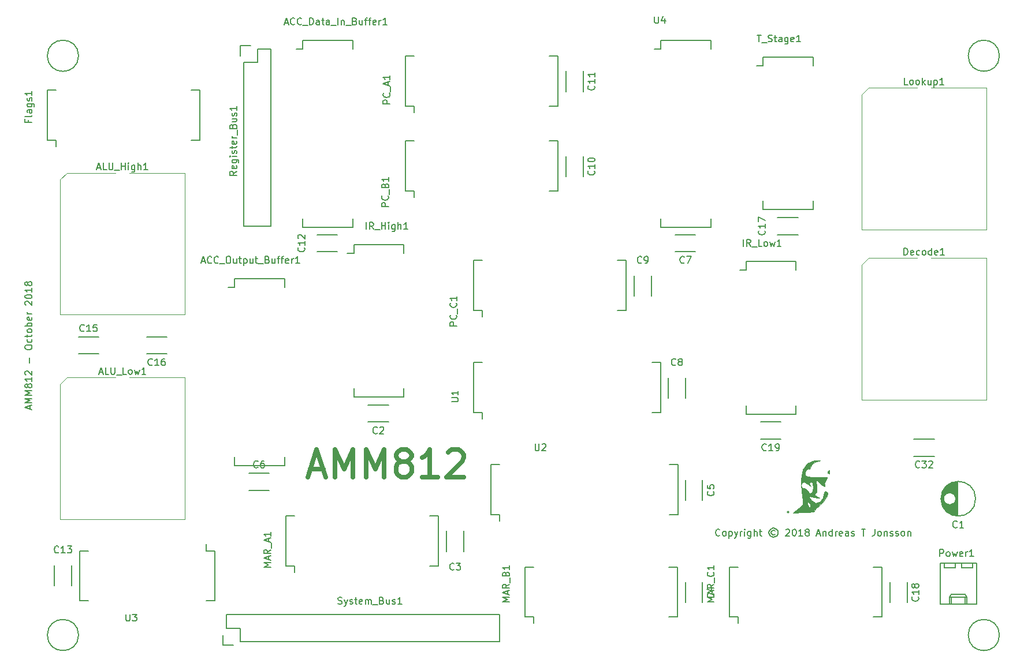
<source format=gto>
G04 #@! TF.FileFunction,Legend,Top*
%FSLAX46Y46*%
G04 Gerber Fmt 4.6, Leading zero omitted, Abs format (unit mm)*
G04 Created by KiCad (PCBNEW 4.0.4-snap1-stable) date Mon Oct  8 14:35:49 2018*
%MOMM*%
%LPD*%
G01*
G04 APERTURE LIST*
%ADD10C,0.100000*%
%ADD11C,0.200000*%
%ADD12C,0.700000*%
%ADD13C,0.150000*%
%ADD14C,0.120000*%
%ADD15C,0.010000*%
G04 APERTURE END LIST*
D10*
D11*
X62666667Y-119357144D02*
X62666667Y-118880953D01*
X62952381Y-119452382D02*
X61952381Y-119119049D01*
X62952381Y-118785715D01*
X62952381Y-118452382D02*
X61952381Y-118452382D01*
X62666667Y-118119048D01*
X61952381Y-117785715D01*
X62952381Y-117785715D01*
X62952381Y-117309525D02*
X61952381Y-117309525D01*
X62666667Y-116976191D01*
X61952381Y-116642858D01*
X62952381Y-116642858D01*
X62380952Y-116023811D02*
X62333333Y-116119049D01*
X62285714Y-116166668D01*
X62190476Y-116214287D01*
X62142857Y-116214287D01*
X62047619Y-116166668D01*
X62000000Y-116119049D01*
X61952381Y-116023811D01*
X61952381Y-115833334D01*
X62000000Y-115738096D01*
X62047619Y-115690477D01*
X62142857Y-115642858D01*
X62190476Y-115642858D01*
X62285714Y-115690477D01*
X62333333Y-115738096D01*
X62380952Y-115833334D01*
X62380952Y-116023811D01*
X62428571Y-116119049D01*
X62476190Y-116166668D01*
X62571429Y-116214287D01*
X62761905Y-116214287D01*
X62857143Y-116166668D01*
X62904762Y-116119049D01*
X62952381Y-116023811D01*
X62952381Y-115833334D01*
X62904762Y-115738096D01*
X62857143Y-115690477D01*
X62761905Y-115642858D01*
X62571429Y-115642858D01*
X62476190Y-115690477D01*
X62428571Y-115738096D01*
X62380952Y-115833334D01*
X62952381Y-114690477D02*
X62952381Y-115261906D01*
X62952381Y-114976192D02*
X61952381Y-114976192D01*
X62095238Y-115071430D01*
X62190476Y-115166668D01*
X62238095Y-115261906D01*
X62047619Y-114309525D02*
X62000000Y-114261906D01*
X61952381Y-114166668D01*
X61952381Y-113928572D01*
X62000000Y-113833334D01*
X62047619Y-113785715D01*
X62142857Y-113738096D01*
X62238095Y-113738096D01*
X62380952Y-113785715D01*
X62952381Y-114357144D01*
X62952381Y-113738096D01*
X62571429Y-112547620D02*
X62571429Y-111785715D01*
X61952381Y-110357144D02*
X61952381Y-110166667D01*
X62000000Y-110071429D01*
X62095238Y-109976191D01*
X62285714Y-109928572D01*
X62619048Y-109928572D01*
X62809524Y-109976191D01*
X62904762Y-110071429D01*
X62952381Y-110166667D01*
X62952381Y-110357144D01*
X62904762Y-110452382D01*
X62809524Y-110547620D01*
X62619048Y-110595239D01*
X62285714Y-110595239D01*
X62095238Y-110547620D01*
X62000000Y-110452382D01*
X61952381Y-110357144D01*
X62904762Y-109071429D02*
X62952381Y-109166667D01*
X62952381Y-109357144D01*
X62904762Y-109452382D01*
X62857143Y-109500001D01*
X62761905Y-109547620D01*
X62476190Y-109547620D01*
X62380952Y-109500001D01*
X62333333Y-109452382D01*
X62285714Y-109357144D01*
X62285714Y-109166667D01*
X62333333Y-109071429D01*
X62285714Y-108785715D02*
X62285714Y-108404763D01*
X61952381Y-108642858D02*
X62809524Y-108642858D01*
X62904762Y-108595239D01*
X62952381Y-108500001D01*
X62952381Y-108404763D01*
X62952381Y-107928572D02*
X62904762Y-108023810D01*
X62857143Y-108071429D01*
X62761905Y-108119048D01*
X62476190Y-108119048D01*
X62380952Y-108071429D01*
X62333333Y-108023810D01*
X62285714Y-107928572D01*
X62285714Y-107785714D01*
X62333333Y-107690476D01*
X62380952Y-107642857D01*
X62476190Y-107595238D01*
X62761905Y-107595238D01*
X62857143Y-107642857D01*
X62904762Y-107690476D01*
X62952381Y-107785714D01*
X62952381Y-107928572D01*
X62952381Y-107166667D02*
X61952381Y-107166667D01*
X62333333Y-107166667D02*
X62285714Y-107071429D01*
X62285714Y-106880952D01*
X62333333Y-106785714D01*
X62380952Y-106738095D01*
X62476190Y-106690476D01*
X62761905Y-106690476D01*
X62857143Y-106738095D01*
X62904762Y-106785714D01*
X62952381Y-106880952D01*
X62952381Y-107071429D01*
X62904762Y-107166667D01*
X62904762Y-105880952D02*
X62952381Y-105976190D01*
X62952381Y-106166667D01*
X62904762Y-106261905D01*
X62809524Y-106309524D01*
X62428571Y-106309524D01*
X62333333Y-106261905D01*
X62285714Y-106166667D01*
X62285714Y-105976190D01*
X62333333Y-105880952D01*
X62428571Y-105833333D01*
X62523810Y-105833333D01*
X62619048Y-106309524D01*
X62952381Y-105404762D02*
X62285714Y-105404762D01*
X62476190Y-105404762D02*
X62380952Y-105357143D01*
X62333333Y-105309524D01*
X62285714Y-105214286D01*
X62285714Y-105119047D01*
X62047619Y-104071428D02*
X62000000Y-104023809D01*
X61952381Y-103928571D01*
X61952381Y-103690475D01*
X62000000Y-103595237D01*
X62047619Y-103547618D01*
X62142857Y-103499999D01*
X62238095Y-103499999D01*
X62380952Y-103547618D01*
X62952381Y-104119047D01*
X62952381Y-103499999D01*
X61952381Y-102880952D02*
X61952381Y-102785713D01*
X62000000Y-102690475D01*
X62047619Y-102642856D01*
X62142857Y-102595237D01*
X62333333Y-102547618D01*
X62571429Y-102547618D01*
X62761905Y-102595237D01*
X62857143Y-102642856D01*
X62904762Y-102690475D01*
X62952381Y-102785713D01*
X62952381Y-102880952D01*
X62904762Y-102976190D01*
X62857143Y-103023809D01*
X62761905Y-103071428D01*
X62571429Y-103119047D01*
X62333333Y-103119047D01*
X62142857Y-103071428D01*
X62047619Y-103023809D01*
X62000000Y-102976190D01*
X61952381Y-102880952D01*
X62952381Y-101595237D02*
X62952381Y-102166666D01*
X62952381Y-101880952D02*
X61952381Y-101880952D01*
X62095238Y-101976190D01*
X62190476Y-102071428D01*
X62238095Y-102166666D01*
X62380952Y-101023809D02*
X62333333Y-101119047D01*
X62285714Y-101166666D01*
X62190476Y-101214285D01*
X62142857Y-101214285D01*
X62047619Y-101166666D01*
X62000000Y-101119047D01*
X61952381Y-101023809D01*
X61952381Y-100833332D01*
X62000000Y-100738094D01*
X62047619Y-100690475D01*
X62142857Y-100642856D01*
X62190476Y-100642856D01*
X62285714Y-100690475D01*
X62333333Y-100738094D01*
X62380952Y-100833332D01*
X62380952Y-101023809D01*
X62428571Y-101119047D01*
X62476190Y-101166666D01*
X62571429Y-101214285D01*
X62761905Y-101214285D01*
X62857143Y-101166666D01*
X62904762Y-101119047D01*
X62952381Y-101023809D01*
X62952381Y-100833332D01*
X62904762Y-100738094D01*
X62857143Y-100690475D01*
X62761905Y-100642856D01*
X62571429Y-100642856D01*
X62476190Y-100690475D01*
X62428571Y-100738094D01*
X62380952Y-100833332D01*
X163809522Y-137857143D02*
X163761903Y-137904762D01*
X163619046Y-137952381D01*
X163523808Y-137952381D01*
X163380950Y-137904762D01*
X163285712Y-137809524D01*
X163238093Y-137714286D01*
X163190474Y-137523810D01*
X163190474Y-137380952D01*
X163238093Y-137190476D01*
X163285712Y-137095238D01*
X163380950Y-137000000D01*
X163523808Y-136952381D01*
X163619046Y-136952381D01*
X163761903Y-137000000D01*
X163809522Y-137047619D01*
X164380950Y-137952381D02*
X164285712Y-137904762D01*
X164238093Y-137857143D01*
X164190474Y-137761905D01*
X164190474Y-137476190D01*
X164238093Y-137380952D01*
X164285712Y-137333333D01*
X164380950Y-137285714D01*
X164523808Y-137285714D01*
X164619046Y-137333333D01*
X164666665Y-137380952D01*
X164714284Y-137476190D01*
X164714284Y-137761905D01*
X164666665Y-137857143D01*
X164619046Y-137904762D01*
X164523808Y-137952381D01*
X164380950Y-137952381D01*
X165142855Y-137285714D02*
X165142855Y-138285714D01*
X165142855Y-137333333D02*
X165238093Y-137285714D01*
X165428570Y-137285714D01*
X165523808Y-137333333D01*
X165571427Y-137380952D01*
X165619046Y-137476190D01*
X165619046Y-137761905D01*
X165571427Y-137857143D01*
X165523808Y-137904762D01*
X165428570Y-137952381D01*
X165238093Y-137952381D01*
X165142855Y-137904762D01*
X165952379Y-137285714D02*
X166190474Y-137952381D01*
X166428570Y-137285714D02*
X166190474Y-137952381D01*
X166095236Y-138190476D01*
X166047617Y-138238095D01*
X165952379Y-138285714D01*
X166809522Y-137952381D02*
X166809522Y-137285714D01*
X166809522Y-137476190D02*
X166857141Y-137380952D01*
X166904760Y-137333333D01*
X166999998Y-137285714D01*
X167095237Y-137285714D01*
X167428570Y-137952381D02*
X167428570Y-137285714D01*
X167428570Y-136952381D02*
X167380951Y-137000000D01*
X167428570Y-137047619D01*
X167476189Y-137000000D01*
X167428570Y-136952381D01*
X167428570Y-137047619D01*
X168333332Y-137285714D02*
X168333332Y-138095238D01*
X168285713Y-138190476D01*
X168238094Y-138238095D01*
X168142855Y-138285714D01*
X167999998Y-138285714D01*
X167904760Y-138238095D01*
X168333332Y-137904762D02*
X168238094Y-137952381D01*
X168047617Y-137952381D01*
X167952379Y-137904762D01*
X167904760Y-137857143D01*
X167857141Y-137761905D01*
X167857141Y-137476190D01*
X167904760Y-137380952D01*
X167952379Y-137333333D01*
X168047617Y-137285714D01*
X168238094Y-137285714D01*
X168333332Y-137333333D01*
X168809522Y-137952381D02*
X168809522Y-136952381D01*
X169238094Y-137952381D02*
X169238094Y-137428571D01*
X169190475Y-137333333D01*
X169095237Y-137285714D01*
X168952379Y-137285714D01*
X168857141Y-137333333D01*
X168809522Y-137380952D01*
X169571427Y-137285714D02*
X169952379Y-137285714D01*
X169714284Y-136952381D02*
X169714284Y-137809524D01*
X169761903Y-137904762D01*
X169857141Y-137952381D01*
X169952379Y-137952381D01*
X171857142Y-137190476D02*
X171761904Y-137142857D01*
X171571428Y-137142857D01*
X171476190Y-137190476D01*
X171380952Y-137285714D01*
X171333333Y-137380952D01*
X171333333Y-137571429D01*
X171380952Y-137666667D01*
X171476190Y-137761905D01*
X171571428Y-137809524D01*
X171761904Y-137809524D01*
X171857142Y-137761905D01*
X171666666Y-136809524D02*
X171428571Y-136857143D01*
X171190475Y-137000000D01*
X171047618Y-137238095D01*
X170999999Y-137476190D01*
X171047618Y-137714286D01*
X171190475Y-137952381D01*
X171428571Y-138095238D01*
X171666666Y-138142857D01*
X171904761Y-138095238D01*
X172142856Y-137952381D01*
X172285713Y-137714286D01*
X172333333Y-137476190D01*
X172285713Y-137238095D01*
X172142856Y-137000000D01*
X171904761Y-136857143D01*
X171666666Y-136809524D01*
X173476190Y-137047619D02*
X173523809Y-137000000D01*
X173619047Y-136952381D01*
X173857143Y-136952381D01*
X173952381Y-137000000D01*
X174000000Y-137047619D01*
X174047619Y-137142857D01*
X174047619Y-137238095D01*
X174000000Y-137380952D01*
X173428571Y-137952381D01*
X174047619Y-137952381D01*
X174666666Y-136952381D02*
X174761905Y-136952381D01*
X174857143Y-137000000D01*
X174904762Y-137047619D01*
X174952381Y-137142857D01*
X175000000Y-137333333D01*
X175000000Y-137571429D01*
X174952381Y-137761905D01*
X174904762Y-137857143D01*
X174857143Y-137904762D01*
X174761905Y-137952381D01*
X174666666Y-137952381D01*
X174571428Y-137904762D01*
X174523809Y-137857143D01*
X174476190Y-137761905D01*
X174428571Y-137571429D01*
X174428571Y-137333333D01*
X174476190Y-137142857D01*
X174523809Y-137047619D01*
X174571428Y-137000000D01*
X174666666Y-136952381D01*
X175952381Y-137952381D02*
X175380952Y-137952381D01*
X175666666Y-137952381D02*
X175666666Y-136952381D01*
X175571428Y-137095238D01*
X175476190Y-137190476D01*
X175380952Y-137238095D01*
X176523809Y-137380952D02*
X176428571Y-137333333D01*
X176380952Y-137285714D01*
X176333333Y-137190476D01*
X176333333Y-137142857D01*
X176380952Y-137047619D01*
X176428571Y-137000000D01*
X176523809Y-136952381D01*
X176714286Y-136952381D01*
X176809524Y-137000000D01*
X176857143Y-137047619D01*
X176904762Y-137142857D01*
X176904762Y-137190476D01*
X176857143Y-137285714D01*
X176809524Y-137333333D01*
X176714286Y-137380952D01*
X176523809Y-137380952D01*
X176428571Y-137428571D01*
X176380952Y-137476190D01*
X176333333Y-137571429D01*
X176333333Y-137761905D01*
X176380952Y-137857143D01*
X176428571Y-137904762D01*
X176523809Y-137952381D01*
X176714286Y-137952381D01*
X176809524Y-137904762D01*
X176857143Y-137857143D01*
X176904762Y-137761905D01*
X176904762Y-137571429D01*
X176857143Y-137476190D01*
X176809524Y-137428571D01*
X176714286Y-137380952D01*
X178047619Y-137666667D02*
X178523810Y-137666667D01*
X177952381Y-137952381D02*
X178285714Y-136952381D01*
X178619048Y-137952381D01*
X178952381Y-137285714D02*
X178952381Y-137952381D01*
X178952381Y-137380952D02*
X179000000Y-137333333D01*
X179095238Y-137285714D01*
X179238096Y-137285714D01*
X179333334Y-137333333D01*
X179380953Y-137428571D01*
X179380953Y-137952381D01*
X180285715Y-137952381D02*
X180285715Y-136952381D01*
X180285715Y-137904762D02*
X180190477Y-137952381D01*
X180000000Y-137952381D01*
X179904762Y-137904762D01*
X179857143Y-137857143D01*
X179809524Y-137761905D01*
X179809524Y-137476190D01*
X179857143Y-137380952D01*
X179904762Y-137333333D01*
X180000000Y-137285714D01*
X180190477Y-137285714D01*
X180285715Y-137333333D01*
X180761905Y-137952381D02*
X180761905Y-137285714D01*
X180761905Y-137476190D02*
X180809524Y-137380952D01*
X180857143Y-137333333D01*
X180952381Y-137285714D01*
X181047620Y-137285714D01*
X181761906Y-137904762D02*
X181666668Y-137952381D01*
X181476191Y-137952381D01*
X181380953Y-137904762D01*
X181333334Y-137809524D01*
X181333334Y-137428571D01*
X181380953Y-137333333D01*
X181476191Y-137285714D01*
X181666668Y-137285714D01*
X181761906Y-137333333D01*
X181809525Y-137428571D01*
X181809525Y-137523810D01*
X181333334Y-137619048D01*
X182666668Y-137952381D02*
X182666668Y-137428571D01*
X182619049Y-137333333D01*
X182523811Y-137285714D01*
X182333334Y-137285714D01*
X182238096Y-137333333D01*
X182666668Y-137904762D02*
X182571430Y-137952381D01*
X182333334Y-137952381D01*
X182238096Y-137904762D01*
X182190477Y-137809524D01*
X182190477Y-137714286D01*
X182238096Y-137619048D01*
X182333334Y-137571429D01*
X182571430Y-137571429D01*
X182666668Y-137523810D01*
X183095239Y-137904762D02*
X183190477Y-137952381D01*
X183380953Y-137952381D01*
X183476192Y-137904762D01*
X183523811Y-137809524D01*
X183523811Y-137761905D01*
X183476192Y-137666667D01*
X183380953Y-137619048D01*
X183238096Y-137619048D01*
X183142858Y-137571429D01*
X183095239Y-137476190D01*
X183095239Y-137428571D01*
X183142858Y-137333333D01*
X183238096Y-137285714D01*
X183380953Y-137285714D01*
X183476192Y-137333333D01*
X184571430Y-136952381D02*
X185142859Y-136952381D01*
X184857144Y-137952381D02*
X184857144Y-136952381D01*
X186523812Y-136952381D02*
X186523812Y-137666667D01*
X186476192Y-137809524D01*
X186380954Y-137904762D01*
X186238097Y-137952381D01*
X186142859Y-137952381D01*
X187142859Y-137952381D02*
X187047621Y-137904762D01*
X187000002Y-137857143D01*
X186952383Y-137761905D01*
X186952383Y-137476190D01*
X187000002Y-137380952D01*
X187047621Y-137333333D01*
X187142859Y-137285714D01*
X187285717Y-137285714D01*
X187380955Y-137333333D01*
X187428574Y-137380952D01*
X187476193Y-137476190D01*
X187476193Y-137761905D01*
X187428574Y-137857143D01*
X187380955Y-137904762D01*
X187285717Y-137952381D01*
X187142859Y-137952381D01*
X187904764Y-137285714D02*
X187904764Y-137952381D01*
X187904764Y-137380952D02*
X187952383Y-137333333D01*
X188047621Y-137285714D01*
X188190479Y-137285714D01*
X188285717Y-137333333D01*
X188333336Y-137428571D01*
X188333336Y-137952381D01*
X188761907Y-137904762D02*
X188857145Y-137952381D01*
X189047621Y-137952381D01*
X189142860Y-137904762D01*
X189190479Y-137809524D01*
X189190479Y-137761905D01*
X189142860Y-137666667D01*
X189047621Y-137619048D01*
X188904764Y-137619048D01*
X188809526Y-137571429D01*
X188761907Y-137476190D01*
X188761907Y-137428571D01*
X188809526Y-137333333D01*
X188904764Y-137285714D01*
X189047621Y-137285714D01*
X189142860Y-137333333D01*
X189571431Y-137904762D02*
X189666669Y-137952381D01*
X189857145Y-137952381D01*
X189952384Y-137904762D01*
X190000003Y-137809524D01*
X190000003Y-137761905D01*
X189952384Y-137666667D01*
X189857145Y-137619048D01*
X189714288Y-137619048D01*
X189619050Y-137571429D01*
X189571431Y-137476190D01*
X189571431Y-137428571D01*
X189619050Y-137333333D01*
X189714288Y-137285714D01*
X189857145Y-137285714D01*
X189952384Y-137333333D01*
X190571431Y-137952381D02*
X190476193Y-137904762D01*
X190428574Y-137857143D01*
X190380955Y-137761905D01*
X190380955Y-137476190D01*
X190428574Y-137380952D01*
X190476193Y-137333333D01*
X190571431Y-137285714D01*
X190714289Y-137285714D01*
X190809527Y-137333333D01*
X190857146Y-137380952D01*
X190904765Y-137476190D01*
X190904765Y-137761905D01*
X190857146Y-137857143D01*
X190809527Y-137904762D01*
X190714289Y-137952381D01*
X190571431Y-137952381D01*
X191333336Y-137285714D02*
X191333336Y-137952381D01*
X191333336Y-137380952D02*
X191380955Y-137333333D01*
X191476193Y-137285714D01*
X191619051Y-137285714D01*
X191714289Y-137333333D01*
X191761908Y-137428571D01*
X191761908Y-137952381D01*
D12*
X103761905Y-128166667D02*
X105666667Y-128166667D01*
X103380952Y-129309524D02*
X104714286Y-125309524D01*
X106047619Y-129309524D01*
X107380952Y-129309524D02*
X107380952Y-125309524D01*
X108714285Y-128166667D01*
X110047619Y-125309524D01*
X110047619Y-129309524D01*
X111952381Y-129309524D02*
X111952381Y-125309524D01*
X113285714Y-128166667D01*
X114619048Y-125309524D01*
X114619048Y-129309524D01*
X117095239Y-127023810D02*
X116714286Y-126833333D01*
X116523810Y-126642857D01*
X116333334Y-126261905D01*
X116333334Y-126071429D01*
X116523810Y-125690476D01*
X116714286Y-125500000D01*
X117095239Y-125309524D01*
X117857143Y-125309524D01*
X118238096Y-125500000D01*
X118428572Y-125690476D01*
X118619048Y-126071429D01*
X118619048Y-126261905D01*
X118428572Y-126642857D01*
X118238096Y-126833333D01*
X117857143Y-127023810D01*
X117095239Y-127023810D01*
X116714286Y-127214286D01*
X116523810Y-127404762D01*
X116333334Y-127785714D01*
X116333334Y-128547619D01*
X116523810Y-128928571D01*
X116714286Y-129119048D01*
X117095239Y-129309524D01*
X117857143Y-129309524D01*
X118238096Y-129119048D01*
X118428572Y-128928571D01*
X118619048Y-128547619D01*
X118619048Y-127785714D01*
X118428572Y-127404762D01*
X118238096Y-127214286D01*
X117857143Y-127023810D01*
X122428572Y-129309524D02*
X120142858Y-129309524D01*
X121285715Y-129309524D02*
X121285715Y-125309524D01*
X120904763Y-125880952D01*
X120523810Y-126261905D01*
X120142858Y-126452381D01*
X123952382Y-125690476D02*
X124142858Y-125500000D01*
X124523810Y-125309524D01*
X125476191Y-125309524D01*
X125857144Y-125500000D01*
X126047620Y-125690476D01*
X126238096Y-126071429D01*
X126238096Y-126452381D01*
X126047620Y-127023810D01*
X123761906Y-129309524D01*
X126238096Y-129309524D01*
D13*
X102635000Y-65205000D02*
X102635000Y-66475000D01*
X109985000Y-65205000D02*
X109985000Y-66475000D01*
X109985000Y-92655000D02*
X109985000Y-91385000D01*
X102635000Y-92655000D02*
X102635000Y-91385000D01*
X102635000Y-65205000D02*
X109985000Y-65205000D01*
X102635000Y-92655000D02*
X109985000Y-92655000D01*
X102635000Y-66475000D02*
X101700000Y-66475000D01*
X92635000Y-100205000D02*
X92635000Y-101475000D01*
X99985000Y-100205000D02*
X99985000Y-101475000D01*
X99985000Y-127655000D02*
X99985000Y-126385000D01*
X92635000Y-127655000D02*
X92635000Y-126385000D01*
X92635000Y-100205000D02*
X99985000Y-100205000D01*
X92635000Y-127655000D02*
X99985000Y-127655000D01*
X92635000Y-101475000D02*
X91700000Y-101475000D01*
D14*
X75230000Y-84680000D02*
X68105000Y-84680000D01*
X68105000Y-84680000D02*
X67105000Y-85680000D01*
X67105000Y-85680000D02*
X67105000Y-105480000D01*
X67105000Y-105480000D02*
X85355000Y-105480000D01*
X85355000Y-105480000D02*
X85355000Y-84680000D01*
X85355000Y-84680000D02*
X77230000Y-84680000D01*
X75230000Y-114680000D02*
X68105000Y-114680000D01*
X68105000Y-114680000D02*
X67105000Y-115680000D01*
X67105000Y-115680000D02*
X67105000Y-135480000D01*
X67105000Y-135480000D02*
X85355000Y-135480000D01*
X85355000Y-135480000D02*
X85355000Y-114680000D01*
X85355000Y-114680000D02*
X77230000Y-114680000D01*
D13*
X65205000Y-79865000D02*
X66475000Y-79865000D01*
X65205000Y-72515000D02*
X66475000Y-72515000D01*
X87575000Y-72515000D02*
X86305000Y-72515000D01*
X87575000Y-79865000D02*
X86305000Y-79865000D01*
X65205000Y-79865000D02*
X65205000Y-72515000D01*
X87575000Y-79865000D02*
X87575000Y-72515000D01*
X66475000Y-79865000D02*
X66475000Y-80800000D01*
D14*
X192730000Y-72180000D02*
X185605000Y-72180000D01*
X185605000Y-72180000D02*
X184605000Y-73180000D01*
X184605000Y-73180000D02*
X184605000Y-92980000D01*
X184605000Y-92980000D02*
X202855000Y-92980000D01*
X202855000Y-92980000D02*
X202855000Y-72180000D01*
X202855000Y-72180000D02*
X194730000Y-72180000D01*
D13*
X100205000Y-142365000D02*
X101475000Y-142365000D01*
X100205000Y-135015000D02*
X101475000Y-135015000D01*
X122575000Y-135015000D02*
X121305000Y-135015000D01*
X122575000Y-142365000D02*
X121305000Y-142365000D01*
X100205000Y-142365000D02*
X100205000Y-135015000D01*
X122575000Y-142365000D02*
X122575000Y-135015000D01*
X101475000Y-142365000D02*
X101475000Y-143300000D01*
X135205000Y-149865000D02*
X136475000Y-149865000D01*
X135205000Y-142515000D02*
X136475000Y-142515000D01*
X157575000Y-142515000D02*
X156305000Y-142515000D01*
X157575000Y-149865000D02*
X156305000Y-149865000D01*
X135205000Y-149865000D02*
X135205000Y-142515000D01*
X157575000Y-149865000D02*
X157575000Y-142515000D01*
X136475000Y-149865000D02*
X136475000Y-150800000D01*
X165205000Y-149865000D02*
X166475000Y-149865000D01*
X165205000Y-142515000D02*
X166475000Y-142515000D01*
X187575000Y-142515000D02*
X186305000Y-142515000D01*
X187575000Y-149865000D02*
X186305000Y-149865000D01*
X165205000Y-149865000D02*
X165205000Y-142515000D01*
X187575000Y-149865000D02*
X187575000Y-142515000D01*
X166475000Y-149865000D02*
X166475000Y-150800000D01*
X117705000Y-74865000D02*
X118975000Y-74865000D01*
X117705000Y-67515000D02*
X118975000Y-67515000D01*
X140075000Y-67515000D02*
X138805000Y-67515000D01*
X140075000Y-74865000D02*
X138805000Y-74865000D01*
X117705000Y-74865000D02*
X117705000Y-67515000D01*
X140075000Y-74865000D02*
X140075000Y-67515000D01*
X118975000Y-74865000D02*
X118975000Y-75800000D01*
X117705000Y-87365000D02*
X118975000Y-87365000D01*
X117705000Y-80015000D02*
X118975000Y-80015000D01*
X140075000Y-80015000D02*
X138805000Y-80015000D01*
X140075000Y-87365000D02*
X138805000Y-87365000D01*
X117705000Y-87365000D02*
X117705000Y-80015000D01*
X140075000Y-87365000D02*
X140075000Y-80015000D01*
X118975000Y-87365000D02*
X118975000Y-88300000D01*
X127705000Y-104865000D02*
X128975000Y-104865000D01*
X127705000Y-97515000D02*
X128975000Y-97515000D01*
X150075000Y-97515000D02*
X148805000Y-97515000D01*
X150075000Y-104865000D02*
X148805000Y-104865000D01*
X127705000Y-104865000D02*
X127705000Y-97515000D01*
X150075000Y-104865000D02*
X150075000Y-97515000D01*
X128975000Y-104865000D02*
X128975000Y-105800000D01*
X196130000Y-141980000D02*
X196130000Y-147980000D01*
X196130000Y-147980000D02*
X201410000Y-147980000D01*
X201410000Y-147980000D02*
X201410000Y-141980000D01*
X201410000Y-141980000D02*
X196130000Y-141980000D01*
X197500000Y-147980000D02*
X197500000Y-146980000D01*
X197500000Y-146980000D02*
X200040000Y-146980000D01*
X200040000Y-146980000D02*
X200040000Y-147980000D01*
X197500000Y-146980000D02*
X197750000Y-146550000D01*
X197750000Y-146550000D02*
X199790000Y-146550000D01*
X199790000Y-146550000D02*
X200040000Y-146980000D01*
X197750000Y-147980000D02*
X197750000Y-146980000D01*
X199790000Y-147980000D02*
X199790000Y-146980000D01*
X196700000Y-141980000D02*
X196700000Y-142600000D01*
X196700000Y-142600000D02*
X198300000Y-142600000D01*
X198300000Y-142600000D02*
X198300000Y-141980000D01*
X199240000Y-141980000D02*
X199240000Y-142600000D01*
X199240000Y-142600000D02*
X200840000Y-142600000D01*
X200840000Y-142600000D02*
X200840000Y-141980000D01*
X170135000Y-67705000D02*
X170135000Y-68975000D01*
X177485000Y-67705000D02*
X177485000Y-68975000D01*
X177485000Y-90075000D02*
X177485000Y-88805000D01*
X170135000Y-90075000D02*
X170135000Y-88805000D01*
X170135000Y-67705000D02*
X177485000Y-67705000D01*
X170135000Y-90075000D02*
X177485000Y-90075000D01*
X170135000Y-68975000D02*
X169200000Y-68975000D01*
X127705000Y-119865000D02*
X128975000Y-119865000D01*
X127705000Y-112515000D02*
X128975000Y-112515000D01*
X155155000Y-112515000D02*
X153885000Y-112515000D01*
X155155000Y-119865000D02*
X153885000Y-119865000D01*
X127705000Y-119865000D02*
X127705000Y-112515000D01*
X155155000Y-119865000D02*
X155155000Y-112515000D01*
X128975000Y-119865000D02*
X128975000Y-120800000D01*
X130205000Y-134865000D02*
X131475000Y-134865000D01*
X130205000Y-127515000D02*
X131475000Y-127515000D01*
X157655000Y-127515000D02*
X156385000Y-127515000D01*
X157655000Y-134865000D02*
X156385000Y-134865000D01*
X130205000Y-134865000D02*
X130205000Y-127515000D01*
X157655000Y-134865000D02*
X157655000Y-127515000D01*
X131475000Y-134865000D02*
X131475000Y-135800000D01*
X115250000Y-121250000D02*
X112250000Y-121250000D01*
X112250000Y-118750000D02*
X115250000Y-118750000D01*
X123750000Y-140250000D02*
X123750000Y-137250000D01*
X126250000Y-137250000D02*
X126250000Y-140250000D01*
X161250000Y-144750000D02*
X161250000Y-147750000D01*
X158750000Y-147750000D02*
X158750000Y-144750000D01*
X161250000Y-129750000D02*
X161250000Y-132750000D01*
X158750000Y-132750000D02*
X158750000Y-129750000D01*
X94750000Y-128750000D02*
X97750000Y-128750000D01*
X97750000Y-131250000D02*
X94750000Y-131250000D01*
X160250000Y-96250000D02*
X157250000Y-96250000D01*
X157250000Y-93750000D02*
X160250000Y-93750000D01*
X156250000Y-117750000D02*
X156250000Y-114750000D01*
X158750000Y-114750000D02*
X158750000Y-117750000D01*
X153750000Y-99750000D02*
X153750000Y-102750000D01*
X151250000Y-102750000D02*
X151250000Y-99750000D01*
X143750000Y-82250000D02*
X143750000Y-85250000D01*
X141250000Y-85250000D02*
X141250000Y-82250000D01*
X143750000Y-69750000D02*
X143750000Y-72750000D01*
X141250000Y-72750000D02*
X141250000Y-69750000D01*
X104750000Y-93750000D02*
X107750000Y-93750000D01*
X107750000Y-96250000D02*
X104750000Y-96250000D01*
X68750000Y-142250000D02*
X68750000Y-145250000D01*
X66250000Y-145250000D02*
X66250000Y-142250000D01*
X69750000Y-108750000D02*
X72750000Y-108750000D01*
X72750000Y-111250000D02*
X69750000Y-111250000D01*
X82750000Y-111250000D02*
X79750000Y-111250000D01*
X79750000Y-108750000D02*
X82750000Y-108750000D01*
X172250000Y-91250000D02*
X175250000Y-91250000D01*
X175250000Y-93750000D02*
X172250000Y-93750000D01*
X191250000Y-144750000D02*
X191250000Y-147750000D01*
X188750000Y-147750000D02*
X188750000Y-144750000D01*
X172750000Y-123750000D02*
X169750000Y-123750000D01*
X169750000Y-121250000D02*
X172750000Y-121250000D01*
X195250000Y-126250000D02*
X192250000Y-126250000D01*
X192250000Y-123750000D02*
X195250000Y-123750000D01*
X110135000Y-95205000D02*
X110135000Y-96475000D01*
X117485000Y-95205000D02*
X117485000Y-96475000D01*
X117485000Y-117575000D02*
X117485000Y-116305000D01*
X110135000Y-117575000D02*
X110135000Y-116305000D01*
X110135000Y-95205000D02*
X117485000Y-95205000D01*
X110135000Y-117575000D02*
X117485000Y-117575000D01*
X110135000Y-96475000D02*
X109200000Y-96475000D01*
X167635000Y-97705000D02*
X167635000Y-98975000D01*
X174985000Y-97705000D02*
X174985000Y-98975000D01*
X174985000Y-120075000D02*
X174985000Y-118805000D01*
X167635000Y-120075000D02*
X167635000Y-118805000D01*
X167635000Y-97705000D02*
X174985000Y-97705000D01*
X167635000Y-120075000D02*
X174985000Y-120075000D01*
X167635000Y-98975000D02*
X166700000Y-98975000D01*
X94000000Y-68500000D02*
X96000000Y-68500000D01*
X96000000Y-68500000D02*
X96000000Y-66500000D01*
X96000000Y-66500000D02*
X98000000Y-66500000D01*
X98000000Y-66500000D02*
X98000000Y-68500000D01*
X98000000Y-68500000D02*
X98000000Y-92500000D01*
X98000000Y-92500000D02*
X94000000Y-92500000D01*
X94000000Y-92500000D02*
X94000000Y-68500000D01*
X93500000Y-67500000D02*
X93500000Y-66000000D01*
X93500000Y-66000000D02*
X95000000Y-66000000D01*
X89795000Y-140135000D02*
X88525000Y-140135000D01*
X89795000Y-147485000D02*
X88525000Y-147485000D01*
X69965000Y-147485000D02*
X71235000Y-147485000D01*
X69965000Y-140135000D02*
X71235000Y-140135000D01*
X89795000Y-140135000D02*
X89795000Y-147485000D01*
X69965000Y-140135000D02*
X69965000Y-147485000D01*
X88525000Y-140135000D02*
X88525000Y-139200000D01*
X93500000Y-153500000D02*
X93500000Y-151500000D01*
X93500000Y-151500000D02*
X91500000Y-151500000D01*
X91500000Y-151500000D02*
X91500000Y-149500000D01*
X91500000Y-149500000D02*
X93500000Y-149500000D01*
X93500000Y-149500000D02*
X131500000Y-149500000D01*
X131500000Y-149500000D02*
X131500000Y-153500000D01*
X131500000Y-153500000D02*
X93500000Y-153500000D01*
X92500000Y-154000000D02*
X91000000Y-154000000D01*
X91000000Y-154000000D02*
X91000000Y-152500000D01*
X198675000Y-134999000D02*
X198675000Y-130001000D01*
X198535000Y-134991000D02*
X198535000Y-130009000D01*
X198395000Y-134975000D02*
X198395000Y-132595000D01*
X198395000Y-132405000D02*
X198395000Y-130025000D01*
X198255000Y-134951000D02*
X198255000Y-132990000D01*
X198255000Y-132010000D02*
X198255000Y-130049000D01*
X198115000Y-134918000D02*
X198115000Y-133157000D01*
X198115000Y-131843000D02*
X198115000Y-130082000D01*
X197975000Y-134877000D02*
X197975000Y-133264000D01*
X197975000Y-131736000D02*
X197975000Y-130123000D01*
X197835000Y-134827000D02*
X197835000Y-133335000D01*
X197835000Y-131665000D02*
X197835000Y-130173000D01*
X197695000Y-134766000D02*
X197695000Y-133379000D01*
X197695000Y-131621000D02*
X197695000Y-130234000D01*
X197555000Y-134696000D02*
X197555000Y-133398000D01*
X197555000Y-131602000D02*
X197555000Y-130304000D01*
X197415000Y-134614000D02*
X197415000Y-133396000D01*
X197415000Y-131604000D02*
X197415000Y-130386000D01*
X197275000Y-134519000D02*
X197275000Y-133371000D01*
X197275000Y-131629000D02*
X197275000Y-130481000D01*
X197135000Y-134408000D02*
X197135000Y-133323000D01*
X197135000Y-131677000D02*
X197135000Y-130592000D01*
X196995000Y-134280000D02*
X196995000Y-133245000D01*
X196995000Y-131755000D02*
X196995000Y-130720000D01*
X196855000Y-134131000D02*
X196855000Y-133128000D01*
X196855000Y-131872000D02*
X196855000Y-130869000D01*
X196715000Y-133952000D02*
X196715000Y-132940000D01*
X196715000Y-132060000D02*
X196715000Y-131048000D01*
X196575000Y-133733000D02*
X196575000Y-131267000D01*
X196435000Y-133444000D02*
X196435000Y-131556000D01*
X196295000Y-132972000D02*
X196295000Y-132028000D01*
X198400000Y-132500000D02*
G75*
G03X198400000Y-132500000I-900000J0D01*
G01*
X201287500Y-132500000D02*
G75*
G03X201287500Y-132500000I-2537500J0D01*
G01*
D14*
X192730000Y-97180000D02*
X185605000Y-97180000D01*
X185605000Y-97180000D02*
X184605000Y-98180000D01*
X184605000Y-98180000D02*
X184605000Y-117980000D01*
X184605000Y-117980000D02*
X202855000Y-117980000D01*
X202855000Y-117980000D02*
X202855000Y-97180000D01*
X202855000Y-97180000D02*
X194730000Y-97180000D01*
D13*
X155135000Y-65205000D02*
X155135000Y-66475000D01*
X162485000Y-65205000D02*
X162485000Y-66475000D01*
X162485000Y-92655000D02*
X162485000Y-91385000D01*
X155135000Y-92655000D02*
X155135000Y-91385000D01*
X155135000Y-65205000D02*
X162485000Y-65205000D01*
X155135000Y-92655000D02*
X162485000Y-92655000D01*
X155135000Y-66475000D02*
X154200000Y-66475000D01*
D15*
G36*
X173972222Y-134409722D02*
X173795833Y-134586111D01*
X173619444Y-134409722D01*
X173795833Y-134233333D01*
X173972222Y-134409722D01*
X173972222Y-134409722D01*
G37*
X173972222Y-134409722D02*
X173795833Y-134586111D01*
X173619444Y-134409722D01*
X173795833Y-134233333D01*
X173972222Y-134409722D01*
G36*
X178496892Y-126919836D02*
X178339244Y-126994361D01*
X177940972Y-127073967D01*
X177320605Y-127392061D01*
X177147222Y-127752300D01*
X176988331Y-128111154D01*
X176834552Y-128084510D01*
X176512772Y-128209059D01*
X176338412Y-128592857D01*
X176326197Y-129087372D01*
X176755753Y-129294768D01*
X177268443Y-129335068D01*
X178298587Y-129340912D01*
X179070983Y-129300750D01*
X179536215Y-129328094D01*
X179395788Y-129663133D01*
X179338627Y-129733557D01*
X179091665Y-130260980D01*
X179149357Y-130473431D01*
X179163825Y-130697297D01*
X179096993Y-130705555D01*
X178672064Y-130462334D01*
X178307329Y-130088194D01*
X177979815Y-129744732D01*
X177898115Y-129918668D01*
X177995035Y-130617361D01*
X178027486Y-131507714D01*
X177755764Y-131788684D01*
X177674741Y-131923941D01*
X178029167Y-132146883D01*
X178384900Y-132349185D01*
X178127633Y-132355517D01*
X177676389Y-132275262D01*
X176972275Y-132163681D01*
X176868468Y-132288652D01*
X177242036Y-132704833D01*
X177844650Y-133124431D01*
X178429582Y-132973624D01*
X178476758Y-132943810D01*
X178959340Y-132368950D01*
X179038503Y-131979651D01*
X179153411Y-131487205D01*
X179303086Y-131411111D01*
X179623110Y-131629103D01*
X179500377Y-132173131D01*
X178998855Y-132878275D01*
X178577894Y-133280794D01*
X177949555Y-133868547D01*
X177671802Y-134249128D01*
X177678770Y-134294511D01*
X177449002Y-134388007D01*
X176707780Y-134469785D01*
X176159904Y-134499966D01*
X174501389Y-134565773D01*
X175345563Y-133919028D01*
X175933150Y-133305562D01*
X175971350Y-132857991D01*
X176541604Y-132857991D01*
X176615623Y-133211480D01*
X176640737Y-133278409D01*
X176920205Y-133710400D01*
X177079091Y-133713501D01*
X177039520Y-133340313D01*
X176838220Y-133080926D01*
X176541604Y-132857991D01*
X175971350Y-132857991D01*
X175994514Y-132586604D01*
X175918503Y-132253503D01*
X175753492Y-131242297D01*
X175712052Y-130549986D01*
X175736111Y-130549986D01*
X175890605Y-130926806D01*
X176051923Y-130904790D01*
X176425541Y-130998710D01*
X176570018Y-131236748D01*
X176944879Y-131728987D01*
X177316017Y-131609566D01*
X177499002Y-130948846D01*
X177500000Y-130881944D01*
X177372169Y-130219081D01*
X177126402Y-130000000D01*
X176928647Y-130231561D01*
X177001767Y-130440972D01*
X177107550Y-130705482D01*
X176794298Y-130458253D01*
X176775643Y-130440972D01*
X176133175Y-130030686D01*
X175783305Y-130224362D01*
X175736111Y-130549986D01*
X175712052Y-130549986D01*
X175678291Y-129985990D01*
X175679178Y-129647222D01*
X175943807Y-128237410D01*
X176623193Y-127283858D01*
X177642542Y-126876744D01*
X177980054Y-126873042D01*
X178496892Y-126919836D01*
X178496892Y-126919836D01*
G37*
X178496892Y-126919836D02*
X178339244Y-126994361D01*
X177940972Y-127073967D01*
X177320605Y-127392061D01*
X177147222Y-127752300D01*
X176988331Y-128111154D01*
X176834552Y-128084510D01*
X176512772Y-128209059D01*
X176338412Y-128592857D01*
X176326197Y-129087372D01*
X176755753Y-129294768D01*
X177268443Y-129335068D01*
X178298587Y-129340912D01*
X179070983Y-129300750D01*
X179536215Y-129328094D01*
X179395788Y-129663133D01*
X179338627Y-129733557D01*
X179091665Y-130260980D01*
X179149357Y-130473431D01*
X179163825Y-130697297D01*
X179096993Y-130705555D01*
X178672064Y-130462334D01*
X178307329Y-130088194D01*
X177979815Y-129744732D01*
X177898115Y-129918668D01*
X177995035Y-130617361D01*
X178027486Y-131507714D01*
X177755764Y-131788684D01*
X177674741Y-131923941D01*
X178029167Y-132146883D01*
X178384900Y-132349185D01*
X178127633Y-132355517D01*
X177676389Y-132275262D01*
X176972275Y-132163681D01*
X176868468Y-132288652D01*
X177242036Y-132704833D01*
X177844650Y-133124431D01*
X178429582Y-132973624D01*
X178476758Y-132943810D01*
X178959340Y-132368950D01*
X179038503Y-131979651D01*
X179153411Y-131487205D01*
X179303086Y-131411111D01*
X179623110Y-131629103D01*
X179500377Y-132173131D01*
X178998855Y-132878275D01*
X178577894Y-133280794D01*
X177949555Y-133868547D01*
X177671802Y-134249128D01*
X177678770Y-134294511D01*
X177449002Y-134388007D01*
X176707780Y-134469785D01*
X176159904Y-134499966D01*
X174501389Y-134565773D01*
X175345563Y-133919028D01*
X175933150Y-133305562D01*
X175971350Y-132857991D01*
X176541604Y-132857991D01*
X176615623Y-133211480D01*
X176640737Y-133278409D01*
X176920205Y-133710400D01*
X177079091Y-133713501D01*
X177039520Y-133340313D01*
X176838220Y-133080926D01*
X176541604Y-132857991D01*
X175971350Y-132857991D01*
X175994514Y-132586604D01*
X175918503Y-132253503D01*
X175753492Y-131242297D01*
X175712052Y-130549986D01*
X175736111Y-130549986D01*
X175890605Y-130926806D01*
X176051923Y-130904790D01*
X176425541Y-130998710D01*
X176570018Y-131236748D01*
X176944879Y-131728987D01*
X177316017Y-131609566D01*
X177499002Y-130948846D01*
X177500000Y-130881944D01*
X177372169Y-130219081D01*
X177126402Y-130000000D01*
X176928647Y-130231561D01*
X177001767Y-130440972D01*
X177107550Y-130705482D01*
X176794298Y-130458253D01*
X176775643Y-130440972D01*
X176133175Y-130030686D01*
X175783305Y-130224362D01*
X175736111Y-130549986D01*
X175712052Y-130549986D01*
X175678291Y-129985990D01*
X175679178Y-129647222D01*
X175943807Y-128237410D01*
X176623193Y-127283858D01*
X177642542Y-126876744D01*
X177980054Y-126873042D01*
X178496892Y-126919836D01*
G36*
X179851852Y-128353704D02*
X179894072Y-128772368D01*
X179851852Y-128824074D01*
X179642126Y-128775648D01*
X179616667Y-128588889D01*
X179745742Y-128298513D01*
X179851852Y-128353704D01*
X179851852Y-128353704D01*
G37*
X179851852Y-128353704D02*
X179894072Y-128772368D01*
X179851852Y-128824074D01*
X179642126Y-128775648D01*
X179616667Y-128588889D01*
X179745742Y-128298513D01*
X179851852Y-128353704D01*
D13*
X69786000Y-67500000D02*
G75*
G03X69786000Y-67500000I-2286000J0D01*
G01*
X204786000Y-67500000D02*
G75*
G03X204786000Y-67500000I-2286000J0D01*
G01*
X204786000Y-152500000D02*
G75*
G03X204786000Y-152500000I-2286000J0D01*
G01*
X69786000Y-152500000D02*
G75*
G03X69786000Y-152500000I-2286000J0D01*
G01*
X99999999Y-62666667D02*
X100476190Y-62666667D01*
X99904761Y-62952381D02*
X100238094Y-61952381D01*
X100571428Y-62952381D01*
X101476190Y-62857143D02*
X101428571Y-62904762D01*
X101285714Y-62952381D01*
X101190476Y-62952381D01*
X101047618Y-62904762D01*
X100952380Y-62809524D01*
X100904761Y-62714286D01*
X100857142Y-62523810D01*
X100857142Y-62380952D01*
X100904761Y-62190476D01*
X100952380Y-62095238D01*
X101047618Y-62000000D01*
X101190476Y-61952381D01*
X101285714Y-61952381D01*
X101428571Y-62000000D01*
X101476190Y-62047619D01*
X102476190Y-62857143D02*
X102428571Y-62904762D01*
X102285714Y-62952381D01*
X102190476Y-62952381D01*
X102047618Y-62904762D01*
X101952380Y-62809524D01*
X101904761Y-62714286D01*
X101857142Y-62523810D01*
X101857142Y-62380952D01*
X101904761Y-62190476D01*
X101952380Y-62095238D01*
X102047618Y-62000000D01*
X102190476Y-61952381D01*
X102285714Y-61952381D01*
X102428571Y-62000000D01*
X102476190Y-62047619D01*
X102666666Y-63047619D02*
X103428571Y-63047619D01*
X103666666Y-62952381D02*
X103666666Y-61952381D01*
X103904761Y-61952381D01*
X104047619Y-62000000D01*
X104142857Y-62095238D01*
X104190476Y-62190476D01*
X104238095Y-62380952D01*
X104238095Y-62523810D01*
X104190476Y-62714286D01*
X104142857Y-62809524D01*
X104047619Y-62904762D01*
X103904761Y-62952381D01*
X103666666Y-62952381D01*
X105095238Y-62952381D02*
X105095238Y-62428571D01*
X105047619Y-62333333D01*
X104952381Y-62285714D01*
X104761904Y-62285714D01*
X104666666Y-62333333D01*
X105095238Y-62904762D02*
X105000000Y-62952381D01*
X104761904Y-62952381D01*
X104666666Y-62904762D01*
X104619047Y-62809524D01*
X104619047Y-62714286D01*
X104666666Y-62619048D01*
X104761904Y-62571429D01*
X105000000Y-62571429D01*
X105095238Y-62523810D01*
X105428571Y-62285714D02*
X105809523Y-62285714D01*
X105571428Y-61952381D02*
X105571428Y-62809524D01*
X105619047Y-62904762D01*
X105714285Y-62952381D01*
X105809523Y-62952381D01*
X106571429Y-62952381D02*
X106571429Y-62428571D01*
X106523810Y-62333333D01*
X106428572Y-62285714D01*
X106238095Y-62285714D01*
X106142857Y-62333333D01*
X106571429Y-62904762D02*
X106476191Y-62952381D01*
X106238095Y-62952381D01*
X106142857Y-62904762D01*
X106095238Y-62809524D01*
X106095238Y-62714286D01*
X106142857Y-62619048D01*
X106238095Y-62571429D01*
X106476191Y-62571429D01*
X106571429Y-62523810D01*
X106809524Y-63047619D02*
X107571429Y-63047619D01*
X107809524Y-62952381D02*
X107809524Y-61952381D01*
X108285714Y-62285714D02*
X108285714Y-62952381D01*
X108285714Y-62380952D02*
X108333333Y-62333333D01*
X108428571Y-62285714D01*
X108571429Y-62285714D01*
X108666667Y-62333333D01*
X108714286Y-62428571D01*
X108714286Y-62952381D01*
X108952381Y-63047619D02*
X109714286Y-63047619D01*
X110285715Y-62428571D02*
X110428572Y-62476190D01*
X110476191Y-62523810D01*
X110523810Y-62619048D01*
X110523810Y-62761905D01*
X110476191Y-62857143D01*
X110428572Y-62904762D01*
X110333334Y-62952381D01*
X109952381Y-62952381D01*
X109952381Y-61952381D01*
X110285715Y-61952381D01*
X110380953Y-62000000D01*
X110428572Y-62047619D01*
X110476191Y-62142857D01*
X110476191Y-62238095D01*
X110428572Y-62333333D01*
X110380953Y-62380952D01*
X110285715Y-62428571D01*
X109952381Y-62428571D01*
X111380953Y-62285714D02*
X111380953Y-62952381D01*
X110952381Y-62285714D02*
X110952381Y-62809524D01*
X111000000Y-62904762D01*
X111095238Y-62952381D01*
X111238096Y-62952381D01*
X111333334Y-62904762D01*
X111380953Y-62857143D01*
X111714286Y-62285714D02*
X112095238Y-62285714D01*
X111857143Y-62952381D02*
X111857143Y-62095238D01*
X111904762Y-62000000D01*
X112000000Y-61952381D01*
X112095238Y-61952381D01*
X112285715Y-62285714D02*
X112666667Y-62285714D01*
X112428572Y-62952381D02*
X112428572Y-62095238D01*
X112476191Y-62000000D01*
X112571429Y-61952381D01*
X112666667Y-61952381D01*
X113380954Y-62904762D02*
X113285716Y-62952381D01*
X113095239Y-62952381D01*
X113000001Y-62904762D01*
X112952382Y-62809524D01*
X112952382Y-62428571D01*
X113000001Y-62333333D01*
X113095239Y-62285714D01*
X113285716Y-62285714D01*
X113380954Y-62333333D01*
X113428573Y-62428571D01*
X113428573Y-62523810D01*
X112952382Y-62619048D01*
X113857144Y-62952381D02*
X113857144Y-62285714D01*
X113857144Y-62476190D02*
X113904763Y-62380952D01*
X113952382Y-62333333D01*
X114047620Y-62285714D01*
X114142859Y-62285714D01*
X115000002Y-62952381D02*
X114428573Y-62952381D01*
X114714287Y-62952381D02*
X114714287Y-61952381D01*
X114619049Y-62095238D01*
X114523811Y-62190476D01*
X114428573Y-62238095D01*
X87809522Y-97666667D02*
X88285713Y-97666667D01*
X87714284Y-97952381D02*
X88047617Y-96952381D01*
X88380951Y-97952381D01*
X89285713Y-97857143D02*
X89238094Y-97904762D01*
X89095237Y-97952381D01*
X88999999Y-97952381D01*
X88857141Y-97904762D01*
X88761903Y-97809524D01*
X88714284Y-97714286D01*
X88666665Y-97523810D01*
X88666665Y-97380952D01*
X88714284Y-97190476D01*
X88761903Y-97095238D01*
X88857141Y-97000000D01*
X88999999Y-96952381D01*
X89095237Y-96952381D01*
X89238094Y-97000000D01*
X89285713Y-97047619D01*
X90285713Y-97857143D02*
X90238094Y-97904762D01*
X90095237Y-97952381D01*
X89999999Y-97952381D01*
X89857141Y-97904762D01*
X89761903Y-97809524D01*
X89714284Y-97714286D01*
X89666665Y-97523810D01*
X89666665Y-97380952D01*
X89714284Y-97190476D01*
X89761903Y-97095238D01*
X89857141Y-97000000D01*
X89999999Y-96952381D01*
X90095237Y-96952381D01*
X90238094Y-97000000D01*
X90285713Y-97047619D01*
X90476189Y-98047619D02*
X91238094Y-98047619D01*
X91666665Y-96952381D02*
X91857142Y-96952381D01*
X91952380Y-97000000D01*
X92047618Y-97095238D01*
X92095237Y-97285714D01*
X92095237Y-97619048D01*
X92047618Y-97809524D01*
X91952380Y-97904762D01*
X91857142Y-97952381D01*
X91666665Y-97952381D01*
X91571427Y-97904762D01*
X91476189Y-97809524D01*
X91428570Y-97619048D01*
X91428570Y-97285714D01*
X91476189Y-97095238D01*
X91571427Y-97000000D01*
X91666665Y-96952381D01*
X92952380Y-97285714D02*
X92952380Y-97952381D01*
X92523808Y-97285714D02*
X92523808Y-97809524D01*
X92571427Y-97904762D01*
X92666665Y-97952381D01*
X92809523Y-97952381D01*
X92904761Y-97904762D01*
X92952380Y-97857143D01*
X93285713Y-97285714D02*
X93666665Y-97285714D01*
X93428570Y-96952381D02*
X93428570Y-97809524D01*
X93476189Y-97904762D01*
X93571427Y-97952381D01*
X93666665Y-97952381D01*
X93999999Y-97285714D02*
X93999999Y-98285714D01*
X93999999Y-97333333D02*
X94095237Y-97285714D01*
X94285714Y-97285714D01*
X94380952Y-97333333D01*
X94428571Y-97380952D01*
X94476190Y-97476190D01*
X94476190Y-97761905D01*
X94428571Y-97857143D01*
X94380952Y-97904762D01*
X94285714Y-97952381D01*
X94095237Y-97952381D01*
X93999999Y-97904762D01*
X95333333Y-97285714D02*
X95333333Y-97952381D01*
X94904761Y-97285714D02*
X94904761Y-97809524D01*
X94952380Y-97904762D01*
X95047618Y-97952381D01*
X95190476Y-97952381D01*
X95285714Y-97904762D01*
X95333333Y-97857143D01*
X95666666Y-97285714D02*
X96047618Y-97285714D01*
X95809523Y-96952381D02*
X95809523Y-97809524D01*
X95857142Y-97904762D01*
X95952380Y-97952381D01*
X96047618Y-97952381D01*
X96142857Y-98047619D02*
X96904762Y-98047619D01*
X97476191Y-97428571D02*
X97619048Y-97476190D01*
X97666667Y-97523810D01*
X97714286Y-97619048D01*
X97714286Y-97761905D01*
X97666667Y-97857143D01*
X97619048Y-97904762D01*
X97523810Y-97952381D01*
X97142857Y-97952381D01*
X97142857Y-96952381D01*
X97476191Y-96952381D01*
X97571429Y-97000000D01*
X97619048Y-97047619D01*
X97666667Y-97142857D01*
X97666667Y-97238095D01*
X97619048Y-97333333D01*
X97571429Y-97380952D01*
X97476191Y-97428571D01*
X97142857Y-97428571D01*
X98571429Y-97285714D02*
X98571429Y-97952381D01*
X98142857Y-97285714D02*
X98142857Y-97809524D01*
X98190476Y-97904762D01*
X98285714Y-97952381D01*
X98428572Y-97952381D01*
X98523810Y-97904762D01*
X98571429Y-97857143D01*
X98904762Y-97285714D02*
X99285714Y-97285714D01*
X99047619Y-97952381D02*
X99047619Y-97095238D01*
X99095238Y-97000000D01*
X99190476Y-96952381D01*
X99285714Y-96952381D01*
X99476191Y-97285714D02*
X99857143Y-97285714D01*
X99619048Y-97952381D02*
X99619048Y-97095238D01*
X99666667Y-97000000D01*
X99761905Y-96952381D01*
X99857143Y-96952381D01*
X100571430Y-97904762D02*
X100476192Y-97952381D01*
X100285715Y-97952381D01*
X100190477Y-97904762D01*
X100142858Y-97809524D01*
X100142858Y-97428571D01*
X100190477Y-97333333D01*
X100285715Y-97285714D01*
X100476192Y-97285714D01*
X100571430Y-97333333D01*
X100619049Y-97428571D01*
X100619049Y-97523810D01*
X100142858Y-97619048D01*
X101047620Y-97952381D02*
X101047620Y-97285714D01*
X101047620Y-97476190D02*
X101095239Y-97380952D01*
X101142858Y-97333333D01*
X101238096Y-97285714D01*
X101333335Y-97285714D01*
X102190478Y-97952381D02*
X101619049Y-97952381D01*
X101904763Y-97952381D02*
X101904763Y-96952381D01*
X101809525Y-97095238D01*
X101714287Y-97190476D01*
X101619049Y-97238095D01*
X72539524Y-83946667D02*
X73015715Y-83946667D01*
X72444286Y-84232381D02*
X72777619Y-83232381D01*
X73110953Y-84232381D01*
X73920477Y-84232381D02*
X73444286Y-84232381D01*
X73444286Y-83232381D01*
X74253810Y-83232381D02*
X74253810Y-84041905D01*
X74301429Y-84137143D01*
X74349048Y-84184762D01*
X74444286Y-84232381D01*
X74634763Y-84232381D01*
X74730001Y-84184762D01*
X74777620Y-84137143D01*
X74825239Y-84041905D01*
X74825239Y-83232381D01*
X75063334Y-84327619D02*
X75825239Y-84327619D01*
X76063334Y-84232381D02*
X76063334Y-83232381D01*
X76063334Y-83708571D02*
X76634763Y-83708571D01*
X76634763Y-84232381D02*
X76634763Y-83232381D01*
X77110953Y-84232381D02*
X77110953Y-83565714D01*
X77110953Y-83232381D02*
X77063334Y-83280000D01*
X77110953Y-83327619D01*
X77158572Y-83280000D01*
X77110953Y-83232381D01*
X77110953Y-83327619D01*
X78015715Y-83565714D02*
X78015715Y-84375238D01*
X77968096Y-84470476D01*
X77920477Y-84518095D01*
X77825238Y-84565714D01*
X77682381Y-84565714D01*
X77587143Y-84518095D01*
X78015715Y-84184762D02*
X77920477Y-84232381D01*
X77730000Y-84232381D01*
X77634762Y-84184762D01*
X77587143Y-84137143D01*
X77539524Y-84041905D01*
X77539524Y-83756190D01*
X77587143Y-83660952D01*
X77634762Y-83613333D01*
X77730000Y-83565714D01*
X77920477Y-83565714D01*
X78015715Y-83613333D01*
X78491905Y-84232381D02*
X78491905Y-83232381D01*
X78920477Y-84232381D02*
X78920477Y-83708571D01*
X78872858Y-83613333D01*
X78777620Y-83565714D01*
X78634762Y-83565714D01*
X78539524Y-83613333D01*
X78491905Y-83660952D01*
X79920477Y-84232381D02*
X79349048Y-84232381D01*
X79634762Y-84232381D02*
X79634762Y-83232381D01*
X79539524Y-83375238D01*
X79444286Y-83470476D01*
X79349048Y-83518095D01*
X72825238Y-113946667D02*
X73301429Y-113946667D01*
X72730000Y-114232381D02*
X73063333Y-113232381D01*
X73396667Y-114232381D01*
X74206191Y-114232381D02*
X73730000Y-114232381D01*
X73730000Y-113232381D01*
X74539524Y-113232381D02*
X74539524Y-114041905D01*
X74587143Y-114137143D01*
X74634762Y-114184762D01*
X74730000Y-114232381D01*
X74920477Y-114232381D01*
X75015715Y-114184762D01*
X75063334Y-114137143D01*
X75110953Y-114041905D01*
X75110953Y-113232381D01*
X75349048Y-114327619D02*
X76110953Y-114327619D01*
X76825239Y-114232381D02*
X76349048Y-114232381D01*
X76349048Y-113232381D01*
X77301429Y-114232381D02*
X77206191Y-114184762D01*
X77158572Y-114137143D01*
X77110953Y-114041905D01*
X77110953Y-113756190D01*
X77158572Y-113660952D01*
X77206191Y-113613333D01*
X77301429Y-113565714D01*
X77444287Y-113565714D01*
X77539525Y-113613333D01*
X77587144Y-113660952D01*
X77634763Y-113756190D01*
X77634763Y-114041905D01*
X77587144Y-114137143D01*
X77539525Y-114184762D01*
X77444287Y-114232381D01*
X77301429Y-114232381D01*
X77968096Y-113565714D02*
X78158572Y-114232381D01*
X78349049Y-113756190D01*
X78539525Y-114232381D01*
X78730001Y-113565714D01*
X79634763Y-114232381D02*
X79063334Y-114232381D01*
X79349048Y-114232381D02*
X79349048Y-113232381D01*
X79253810Y-113375238D01*
X79158572Y-113470476D01*
X79063334Y-113518095D01*
X62428571Y-76904762D02*
X62428571Y-77238096D01*
X62952381Y-77238096D02*
X61952381Y-77238096D01*
X61952381Y-76761905D01*
X62952381Y-76238096D02*
X62904762Y-76333334D01*
X62809524Y-76380953D01*
X61952381Y-76380953D01*
X62952381Y-75428571D02*
X62428571Y-75428571D01*
X62333333Y-75476190D01*
X62285714Y-75571428D01*
X62285714Y-75761905D01*
X62333333Y-75857143D01*
X62904762Y-75428571D02*
X62952381Y-75523809D01*
X62952381Y-75761905D01*
X62904762Y-75857143D01*
X62809524Y-75904762D01*
X62714286Y-75904762D01*
X62619048Y-75857143D01*
X62571429Y-75761905D01*
X62571429Y-75523809D01*
X62523810Y-75428571D01*
X62285714Y-74523809D02*
X63095238Y-74523809D01*
X63190476Y-74571428D01*
X63238095Y-74619047D01*
X63285714Y-74714286D01*
X63285714Y-74857143D01*
X63238095Y-74952381D01*
X62904762Y-74523809D02*
X62952381Y-74619047D01*
X62952381Y-74809524D01*
X62904762Y-74904762D01*
X62857143Y-74952381D01*
X62761905Y-75000000D01*
X62476190Y-75000000D01*
X62380952Y-74952381D01*
X62333333Y-74904762D01*
X62285714Y-74809524D01*
X62285714Y-74619047D01*
X62333333Y-74523809D01*
X62904762Y-74095238D02*
X62952381Y-74000000D01*
X62952381Y-73809524D01*
X62904762Y-73714285D01*
X62809524Y-73666666D01*
X62761905Y-73666666D01*
X62666667Y-73714285D01*
X62619048Y-73809524D01*
X62619048Y-73952381D01*
X62571429Y-74047619D01*
X62476190Y-74095238D01*
X62428571Y-74095238D01*
X62333333Y-74047619D01*
X62285714Y-73952381D01*
X62285714Y-73809524D01*
X62333333Y-73714285D01*
X62952381Y-72714285D02*
X62952381Y-73285714D01*
X62952381Y-73000000D02*
X61952381Y-73000000D01*
X62095238Y-73095238D01*
X62190476Y-73190476D01*
X62238095Y-73285714D01*
X191349048Y-71732381D02*
X190872857Y-71732381D01*
X190872857Y-70732381D01*
X191825238Y-71732381D02*
X191730000Y-71684762D01*
X191682381Y-71637143D01*
X191634762Y-71541905D01*
X191634762Y-71256190D01*
X191682381Y-71160952D01*
X191730000Y-71113333D01*
X191825238Y-71065714D01*
X191968096Y-71065714D01*
X192063334Y-71113333D01*
X192110953Y-71160952D01*
X192158572Y-71256190D01*
X192158572Y-71541905D01*
X192110953Y-71637143D01*
X192063334Y-71684762D01*
X191968096Y-71732381D01*
X191825238Y-71732381D01*
X192730000Y-71732381D02*
X192634762Y-71684762D01*
X192587143Y-71637143D01*
X192539524Y-71541905D01*
X192539524Y-71256190D01*
X192587143Y-71160952D01*
X192634762Y-71113333D01*
X192730000Y-71065714D01*
X192872858Y-71065714D01*
X192968096Y-71113333D01*
X193015715Y-71160952D01*
X193063334Y-71256190D01*
X193063334Y-71541905D01*
X193015715Y-71637143D01*
X192968096Y-71684762D01*
X192872858Y-71732381D01*
X192730000Y-71732381D01*
X193491905Y-71732381D02*
X193491905Y-70732381D01*
X193587143Y-71351429D02*
X193872858Y-71732381D01*
X193872858Y-71065714D02*
X193491905Y-71446667D01*
X194730001Y-71065714D02*
X194730001Y-71732381D01*
X194301429Y-71065714D02*
X194301429Y-71589524D01*
X194349048Y-71684762D01*
X194444286Y-71732381D01*
X194587144Y-71732381D01*
X194682382Y-71684762D01*
X194730001Y-71637143D01*
X195206191Y-71065714D02*
X195206191Y-72065714D01*
X195206191Y-71113333D02*
X195301429Y-71065714D01*
X195491906Y-71065714D01*
X195587144Y-71113333D01*
X195634763Y-71160952D01*
X195682382Y-71256190D01*
X195682382Y-71541905D01*
X195634763Y-71637143D01*
X195587144Y-71684762D01*
X195491906Y-71732381D01*
X195301429Y-71732381D01*
X195206191Y-71684762D01*
X196634763Y-71732381D02*
X196063334Y-71732381D01*
X196349048Y-71732381D02*
X196349048Y-70732381D01*
X196253810Y-70875238D01*
X196158572Y-70970476D01*
X196063334Y-71018095D01*
X97952381Y-142547619D02*
X96952381Y-142547619D01*
X97666667Y-142214285D01*
X96952381Y-141880952D01*
X97952381Y-141880952D01*
X97666667Y-141452381D02*
X97666667Y-140976190D01*
X97952381Y-141547619D02*
X96952381Y-141214286D01*
X97952381Y-140880952D01*
X97952381Y-139976190D02*
X97476190Y-140309524D01*
X97952381Y-140547619D02*
X96952381Y-140547619D01*
X96952381Y-140166666D01*
X97000000Y-140071428D01*
X97047619Y-140023809D01*
X97142857Y-139976190D01*
X97285714Y-139976190D01*
X97380952Y-140023809D01*
X97428571Y-140071428D01*
X97476190Y-140166666D01*
X97476190Y-140547619D01*
X98047619Y-139785714D02*
X98047619Y-139023809D01*
X97666667Y-138833333D02*
X97666667Y-138357142D01*
X97952381Y-138928571D02*
X96952381Y-138595238D01*
X97952381Y-138261904D01*
X97952381Y-137404761D02*
X97952381Y-137976190D01*
X97952381Y-137690476D02*
X96952381Y-137690476D01*
X97095238Y-137785714D01*
X97190476Y-137880952D01*
X97238095Y-137976190D01*
X132952381Y-147619048D02*
X131952381Y-147619048D01*
X132666667Y-147285714D01*
X131952381Y-146952381D01*
X132952381Y-146952381D01*
X132666667Y-146523810D02*
X132666667Y-146047619D01*
X132952381Y-146619048D02*
X131952381Y-146285715D01*
X132952381Y-145952381D01*
X132952381Y-145047619D02*
X132476190Y-145380953D01*
X132952381Y-145619048D02*
X131952381Y-145619048D01*
X131952381Y-145238095D01*
X132000000Y-145142857D01*
X132047619Y-145095238D01*
X132142857Y-145047619D01*
X132285714Y-145047619D01*
X132380952Y-145095238D01*
X132428571Y-145142857D01*
X132476190Y-145238095D01*
X132476190Y-145619048D01*
X133047619Y-144857143D02*
X133047619Y-144095238D01*
X132428571Y-143523809D02*
X132476190Y-143380952D01*
X132523810Y-143333333D01*
X132619048Y-143285714D01*
X132761905Y-143285714D01*
X132857143Y-143333333D01*
X132904762Y-143380952D01*
X132952381Y-143476190D01*
X132952381Y-143857143D01*
X131952381Y-143857143D01*
X131952381Y-143523809D01*
X132000000Y-143428571D01*
X132047619Y-143380952D01*
X132142857Y-143333333D01*
X132238095Y-143333333D01*
X132333333Y-143380952D01*
X132380952Y-143428571D01*
X132428571Y-143523809D01*
X132428571Y-143857143D01*
X132952381Y-142333333D02*
X132952381Y-142904762D01*
X132952381Y-142619048D02*
X131952381Y-142619048D01*
X132095238Y-142714286D01*
X132190476Y-142809524D01*
X132238095Y-142904762D01*
X162952381Y-147619048D02*
X161952381Y-147619048D01*
X162666667Y-147285714D01*
X161952381Y-146952381D01*
X162952381Y-146952381D01*
X162666667Y-146523810D02*
X162666667Y-146047619D01*
X162952381Y-146619048D02*
X161952381Y-146285715D01*
X162952381Y-145952381D01*
X162952381Y-145047619D02*
X162476190Y-145380953D01*
X162952381Y-145619048D02*
X161952381Y-145619048D01*
X161952381Y-145238095D01*
X162000000Y-145142857D01*
X162047619Y-145095238D01*
X162142857Y-145047619D01*
X162285714Y-145047619D01*
X162380952Y-145095238D01*
X162428571Y-145142857D01*
X162476190Y-145238095D01*
X162476190Y-145619048D01*
X163047619Y-144857143D02*
X163047619Y-144095238D01*
X162857143Y-143285714D02*
X162904762Y-143333333D01*
X162952381Y-143476190D01*
X162952381Y-143571428D01*
X162904762Y-143714286D01*
X162809524Y-143809524D01*
X162714286Y-143857143D01*
X162523810Y-143904762D01*
X162380952Y-143904762D01*
X162190476Y-143857143D01*
X162095238Y-143809524D01*
X162000000Y-143714286D01*
X161952381Y-143571428D01*
X161952381Y-143476190D01*
X162000000Y-143333333D01*
X162047619Y-143285714D01*
X162952381Y-142333333D02*
X162952381Y-142904762D01*
X162952381Y-142619048D02*
X161952381Y-142619048D01*
X162095238Y-142714286D01*
X162190476Y-142809524D01*
X162238095Y-142904762D01*
X115452381Y-74547619D02*
X114452381Y-74547619D01*
X114452381Y-74166666D01*
X114500000Y-74071428D01*
X114547619Y-74023809D01*
X114642857Y-73976190D01*
X114785714Y-73976190D01*
X114880952Y-74023809D01*
X114928571Y-74071428D01*
X114976190Y-74166666D01*
X114976190Y-74547619D01*
X115357143Y-72976190D02*
X115404762Y-73023809D01*
X115452381Y-73166666D01*
X115452381Y-73261904D01*
X115404762Y-73404762D01*
X115309524Y-73500000D01*
X115214286Y-73547619D01*
X115023810Y-73595238D01*
X114880952Y-73595238D01*
X114690476Y-73547619D01*
X114595238Y-73500000D01*
X114500000Y-73404762D01*
X114452381Y-73261904D01*
X114452381Y-73166666D01*
X114500000Y-73023809D01*
X114547619Y-72976190D01*
X115547619Y-72785714D02*
X115547619Y-72023809D01*
X115166667Y-71833333D02*
X115166667Y-71357142D01*
X115452381Y-71928571D02*
X114452381Y-71595238D01*
X115452381Y-71261904D01*
X115452381Y-70404761D02*
X115452381Y-70976190D01*
X115452381Y-70690476D02*
X114452381Y-70690476D01*
X114595238Y-70785714D01*
X114690476Y-70880952D01*
X114738095Y-70976190D01*
X115232381Y-89619048D02*
X114232381Y-89619048D01*
X114232381Y-89238095D01*
X114280000Y-89142857D01*
X114327619Y-89095238D01*
X114422857Y-89047619D01*
X114565714Y-89047619D01*
X114660952Y-89095238D01*
X114708571Y-89142857D01*
X114756190Y-89238095D01*
X114756190Y-89619048D01*
X115137143Y-88047619D02*
X115184762Y-88095238D01*
X115232381Y-88238095D01*
X115232381Y-88333333D01*
X115184762Y-88476191D01*
X115089524Y-88571429D01*
X114994286Y-88619048D01*
X114803810Y-88666667D01*
X114660952Y-88666667D01*
X114470476Y-88619048D01*
X114375238Y-88571429D01*
X114280000Y-88476191D01*
X114232381Y-88333333D01*
X114232381Y-88238095D01*
X114280000Y-88095238D01*
X114327619Y-88047619D01*
X115327619Y-87857143D02*
X115327619Y-87095238D01*
X114708571Y-86523809D02*
X114756190Y-86380952D01*
X114803810Y-86333333D01*
X114899048Y-86285714D01*
X115041905Y-86285714D01*
X115137143Y-86333333D01*
X115184762Y-86380952D01*
X115232381Y-86476190D01*
X115232381Y-86857143D01*
X114232381Y-86857143D01*
X114232381Y-86523809D01*
X114280000Y-86428571D01*
X114327619Y-86380952D01*
X114422857Y-86333333D01*
X114518095Y-86333333D01*
X114613333Y-86380952D01*
X114660952Y-86428571D01*
X114708571Y-86523809D01*
X114708571Y-86857143D01*
X115232381Y-85333333D02*
X115232381Y-85904762D01*
X115232381Y-85619048D02*
X114232381Y-85619048D01*
X114375238Y-85714286D01*
X114470476Y-85809524D01*
X114518095Y-85904762D01*
X125232381Y-107119048D02*
X124232381Y-107119048D01*
X124232381Y-106738095D01*
X124280000Y-106642857D01*
X124327619Y-106595238D01*
X124422857Y-106547619D01*
X124565714Y-106547619D01*
X124660952Y-106595238D01*
X124708571Y-106642857D01*
X124756190Y-106738095D01*
X124756190Y-107119048D01*
X125137143Y-105547619D02*
X125184762Y-105595238D01*
X125232381Y-105738095D01*
X125232381Y-105833333D01*
X125184762Y-105976191D01*
X125089524Y-106071429D01*
X124994286Y-106119048D01*
X124803810Y-106166667D01*
X124660952Y-106166667D01*
X124470476Y-106119048D01*
X124375238Y-106071429D01*
X124280000Y-105976191D01*
X124232381Y-105833333D01*
X124232381Y-105738095D01*
X124280000Y-105595238D01*
X124327619Y-105547619D01*
X125327619Y-105357143D02*
X125327619Y-104595238D01*
X125137143Y-103785714D02*
X125184762Y-103833333D01*
X125232381Y-103976190D01*
X125232381Y-104071428D01*
X125184762Y-104214286D01*
X125089524Y-104309524D01*
X124994286Y-104357143D01*
X124803810Y-104404762D01*
X124660952Y-104404762D01*
X124470476Y-104357143D01*
X124375238Y-104309524D01*
X124280000Y-104214286D01*
X124232381Y-104071428D01*
X124232381Y-103976190D01*
X124280000Y-103833333D01*
X124327619Y-103785714D01*
X125232381Y-102833333D02*
X125232381Y-103404762D01*
X125232381Y-103119048D02*
X124232381Y-103119048D01*
X124375238Y-103214286D01*
X124470476Y-103309524D01*
X124518095Y-103404762D01*
X196047619Y-140952381D02*
X196047619Y-139952381D01*
X196428572Y-139952381D01*
X196523810Y-140000000D01*
X196571429Y-140047619D01*
X196619048Y-140142857D01*
X196619048Y-140285714D01*
X196571429Y-140380952D01*
X196523810Y-140428571D01*
X196428572Y-140476190D01*
X196047619Y-140476190D01*
X197190476Y-140952381D02*
X197095238Y-140904762D01*
X197047619Y-140857143D01*
X197000000Y-140761905D01*
X197000000Y-140476190D01*
X197047619Y-140380952D01*
X197095238Y-140333333D01*
X197190476Y-140285714D01*
X197333334Y-140285714D01*
X197428572Y-140333333D01*
X197476191Y-140380952D01*
X197523810Y-140476190D01*
X197523810Y-140761905D01*
X197476191Y-140857143D01*
X197428572Y-140904762D01*
X197333334Y-140952381D01*
X197190476Y-140952381D01*
X197857143Y-140285714D02*
X198047619Y-140952381D01*
X198238096Y-140476190D01*
X198428572Y-140952381D01*
X198619048Y-140285714D01*
X199380953Y-140904762D02*
X199285715Y-140952381D01*
X199095238Y-140952381D01*
X199000000Y-140904762D01*
X198952381Y-140809524D01*
X198952381Y-140428571D01*
X199000000Y-140333333D01*
X199095238Y-140285714D01*
X199285715Y-140285714D01*
X199380953Y-140333333D01*
X199428572Y-140428571D01*
X199428572Y-140523810D01*
X198952381Y-140619048D01*
X199857143Y-140952381D02*
X199857143Y-140285714D01*
X199857143Y-140476190D02*
X199904762Y-140380952D01*
X199952381Y-140333333D01*
X200047619Y-140285714D01*
X200142858Y-140285714D01*
X201000001Y-140952381D02*
X200428572Y-140952381D01*
X200714286Y-140952381D02*
X200714286Y-139952381D01*
X200619048Y-140095238D01*
X200523810Y-140190476D01*
X200428572Y-140238095D01*
X169261904Y-64452381D02*
X169833333Y-64452381D01*
X169547618Y-65452381D02*
X169547618Y-64452381D01*
X169928571Y-65547619D02*
X170690476Y-65547619D01*
X170880952Y-65404762D02*
X171023809Y-65452381D01*
X171261905Y-65452381D01*
X171357143Y-65404762D01*
X171404762Y-65357143D01*
X171452381Y-65261905D01*
X171452381Y-65166667D01*
X171404762Y-65071429D01*
X171357143Y-65023810D01*
X171261905Y-64976190D01*
X171071428Y-64928571D01*
X170976190Y-64880952D01*
X170928571Y-64833333D01*
X170880952Y-64738095D01*
X170880952Y-64642857D01*
X170928571Y-64547619D01*
X170976190Y-64500000D01*
X171071428Y-64452381D01*
X171309524Y-64452381D01*
X171452381Y-64500000D01*
X171738095Y-64785714D02*
X172119047Y-64785714D01*
X171880952Y-64452381D02*
X171880952Y-65309524D01*
X171928571Y-65404762D01*
X172023809Y-65452381D01*
X172119047Y-65452381D01*
X172880953Y-65452381D02*
X172880953Y-64928571D01*
X172833334Y-64833333D01*
X172738096Y-64785714D01*
X172547619Y-64785714D01*
X172452381Y-64833333D01*
X172880953Y-65404762D02*
X172785715Y-65452381D01*
X172547619Y-65452381D01*
X172452381Y-65404762D01*
X172404762Y-65309524D01*
X172404762Y-65214286D01*
X172452381Y-65119048D01*
X172547619Y-65071429D01*
X172785715Y-65071429D01*
X172880953Y-65023810D01*
X173785715Y-64785714D02*
X173785715Y-65595238D01*
X173738096Y-65690476D01*
X173690477Y-65738095D01*
X173595238Y-65785714D01*
X173452381Y-65785714D01*
X173357143Y-65738095D01*
X173785715Y-65404762D02*
X173690477Y-65452381D01*
X173500000Y-65452381D01*
X173404762Y-65404762D01*
X173357143Y-65357143D01*
X173309524Y-65261905D01*
X173309524Y-64976190D01*
X173357143Y-64880952D01*
X173404762Y-64833333D01*
X173500000Y-64785714D01*
X173690477Y-64785714D01*
X173785715Y-64833333D01*
X174642858Y-65404762D02*
X174547620Y-65452381D01*
X174357143Y-65452381D01*
X174261905Y-65404762D01*
X174214286Y-65309524D01*
X174214286Y-64928571D01*
X174261905Y-64833333D01*
X174357143Y-64785714D01*
X174547620Y-64785714D01*
X174642858Y-64833333D01*
X174690477Y-64928571D01*
X174690477Y-65023810D01*
X174214286Y-65119048D01*
X175642858Y-65452381D02*
X175071429Y-65452381D01*
X175357143Y-65452381D02*
X175357143Y-64452381D01*
X175261905Y-64595238D01*
X175166667Y-64690476D01*
X175071429Y-64738095D01*
X124452381Y-118261905D02*
X125261905Y-118261905D01*
X125357143Y-118214286D01*
X125404762Y-118166667D01*
X125452381Y-118071429D01*
X125452381Y-117880952D01*
X125404762Y-117785714D01*
X125357143Y-117738095D01*
X125261905Y-117690476D01*
X124452381Y-117690476D01*
X125452381Y-116690476D02*
X125452381Y-117261905D01*
X125452381Y-116976191D02*
X124452381Y-116976191D01*
X124595238Y-117071429D01*
X124690476Y-117166667D01*
X124738095Y-117261905D01*
X136738095Y-124452381D02*
X136738095Y-125261905D01*
X136785714Y-125357143D01*
X136833333Y-125404762D01*
X136928571Y-125452381D01*
X137119048Y-125452381D01*
X137214286Y-125404762D01*
X137261905Y-125357143D01*
X137309524Y-125261905D01*
X137309524Y-124452381D01*
X137738095Y-124547619D02*
X137785714Y-124500000D01*
X137880952Y-124452381D01*
X138119048Y-124452381D01*
X138214286Y-124500000D01*
X138261905Y-124547619D01*
X138309524Y-124642857D01*
X138309524Y-124738095D01*
X138261905Y-124880952D01*
X137690476Y-125452381D01*
X138309524Y-125452381D01*
X113583334Y-122857143D02*
X113535715Y-122904762D01*
X113392858Y-122952381D01*
X113297620Y-122952381D01*
X113154762Y-122904762D01*
X113059524Y-122809524D01*
X113011905Y-122714286D01*
X112964286Y-122523810D01*
X112964286Y-122380952D01*
X113011905Y-122190476D01*
X113059524Y-122095238D01*
X113154762Y-122000000D01*
X113297620Y-121952381D01*
X113392858Y-121952381D01*
X113535715Y-122000000D01*
X113583334Y-122047619D01*
X113964286Y-122047619D02*
X114011905Y-122000000D01*
X114107143Y-121952381D01*
X114345239Y-121952381D01*
X114440477Y-122000000D01*
X114488096Y-122047619D01*
X114535715Y-122142857D01*
X114535715Y-122238095D01*
X114488096Y-122380952D01*
X113916667Y-122952381D01*
X114535715Y-122952381D01*
X124833334Y-142857143D02*
X124785715Y-142904762D01*
X124642858Y-142952381D01*
X124547620Y-142952381D01*
X124404762Y-142904762D01*
X124309524Y-142809524D01*
X124261905Y-142714286D01*
X124214286Y-142523810D01*
X124214286Y-142380952D01*
X124261905Y-142190476D01*
X124309524Y-142095238D01*
X124404762Y-142000000D01*
X124547620Y-141952381D01*
X124642858Y-141952381D01*
X124785715Y-142000000D01*
X124833334Y-142047619D01*
X125166667Y-141952381D02*
X125785715Y-141952381D01*
X125452381Y-142333333D01*
X125595239Y-142333333D01*
X125690477Y-142380952D01*
X125738096Y-142428571D01*
X125785715Y-142523810D01*
X125785715Y-142761905D01*
X125738096Y-142857143D01*
X125690477Y-142904762D01*
X125595239Y-142952381D01*
X125309524Y-142952381D01*
X125214286Y-142904762D01*
X125166667Y-142857143D01*
X162857143Y-146416666D02*
X162904762Y-146464285D01*
X162952381Y-146607142D01*
X162952381Y-146702380D01*
X162904762Y-146845238D01*
X162809524Y-146940476D01*
X162714286Y-146988095D01*
X162523810Y-147035714D01*
X162380952Y-147035714D01*
X162190476Y-146988095D01*
X162095238Y-146940476D01*
X162000000Y-146845238D01*
X161952381Y-146702380D01*
X161952381Y-146607142D01*
X162000000Y-146464285D01*
X162047619Y-146416666D01*
X162285714Y-145559523D02*
X162952381Y-145559523D01*
X161904762Y-145797619D02*
X162619048Y-146035714D01*
X162619048Y-145416666D01*
X162857143Y-131416666D02*
X162904762Y-131464285D01*
X162952381Y-131607142D01*
X162952381Y-131702380D01*
X162904762Y-131845238D01*
X162809524Y-131940476D01*
X162714286Y-131988095D01*
X162523810Y-132035714D01*
X162380952Y-132035714D01*
X162190476Y-131988095D01*
X162095238Y-131940476D01*
X162000000Y-131845238D01*
X161952381Y-131702380D01*
X161952381Y-131607142D01*
X162000000Y-131464285D01*
X162047619Y-131416666D01*
X161952381Y-130511904D02*
X161952381Y-130988095D01*
X162428571Y-131035714D01*
X162380952Y-130988095D01*
X162333333Y-130892857D01*
X162333333Y-130654761D01*
X162380952Y-130559523D01*
X162428571Y-130511904D01*
X162523810Y-130464285D01*
X162761905Y-130464285D01*
X162857143Y-130511904D01*
X162904762Y-130559523D01*
X162952381Y-130654761D01*
X162952381Y-130892857D01*
X162904762Y-130988095D01*
X162857143Y-131035714D01*
X96083334Y-127857143D02*
X96035715Y-127904762D01*
X95892858Y-127952381D01*
X95797620Y-127952381D01*
X95654762Y-127904762D01*
X95559524Y-127809524D01*
X95511905Y-127714286D01*
X95464286Y-127523810D01*
X95464286Y-127380952D01*
X95511905Y-127190476D01*
X95559524Y-127095238D01*
X95654762Y-127000000D01*
X95797620Y-126952381D01*
X95892858Y-126952381D01*
X96035715Y-127000000D01*
X96083334Y-127047619D01*
X96940477Y-126952381D02*
X96750000Y-126952381D01*
X96654762Y-127000000D01*
X96607143Y-127047619D01*
X96511905Y-127190476D01*
X96464286Y-127380952D01*
X96464286Y-127761905D01*
X96511905Y-127857143D01*
X96559524Y-127904762D01*
X96654762Y-127952381D01*
X96845239Y-127952381D01*
X96940477Y-127904762D01*
X96988096Y-127857143D01*
X97035715Y-127761905D01*
X97035715Y-127523810D01*
X96988096Y-127428571D01*
X96940477Y-127380952D01*
X96845239Y-127333333D01*
X96654762Y-127333333D01*
X96559524Y-127380952D01*
X96511905Y-127428571D01*
X96464286Y-127523810D01*
X158583334Y-97857143D02*
X158535715Y-97904762D01*
X158392858Y-97952381D01*
X158297620Y-97952381D01*
X158154762Y-97904762D01*
X158059524Y-97809524D01*
X158011905Y-97714286D01*
X157964286Y-97523810D01*
X157964286Y-97380952D01*
X158011905Y-97190476D01*
X158059524Y-97095238D01*
X158154762Y-97000000D01*
X158297620Y-96952381D01*
X158392858Y-96952381D01*
X158535715Y-97000000D01*
X158583334Y-97047619D01*
X158916667Y-96952381D02*
X159583334Y-96952381D01*
X159154762Y-97952381D01*
X157333334Y-112857143D02*
X157285715Y-112904762D01*
X157142858Y-112952381D01*
X157047620Y-112952381D01*
X156904762Y-112904762D01*
X156809524Y-112809524D01*
X156761905Y-112714286D01*
X156714286Y-112523810D01*
X156714286Y-112380952D01*
X156761905Y-112190476D01*
X156809524Y-112095238D01*
X156904762Y-112000000D01*
X157047620Y-111952381D01*
X157142858Y-111952381D01*
X157285715Y-112000000D01*
X157333334Y-112047619D01*
X157904762Y-112380952D02*
X157809524Y-112333333D01*
X157761905Y-112285714D01*
X157714286Y-112190476D01*
X157714286Y-112142857D01*
X157761905Y-112047619D01*
X157809524Y-112000000D01*
X157904762Y-111952381D01*
X158095239Y-111952381D01*
X158190477Y-112000000D01*
X158238096Y-112047619D01*
X158285715Y-112142857D01*
X158285715Y-112190476D01*
X158238096Y-112285714D01*
X158190477Y-112333333D01*
X158095239Y-112380952D01*
X157904762Y-112380952D01*
X157809524Y-112428571D01*
X157761905Y-112476190D01*
X157714286Y-112571429D01*
X157714286Y-112761905D01*
X157761905Y-112857143D01*
X157809524Y-112904762D01*
X157904762Y-112952381D01*
X158095239Y-112952381D01*
X158190477Y-112904762D01*
X158238096Y-112857143D01*
X158285715Y-112761905D01*
X158285715Y-112571429D01*
X158238096Y-112476190D01*
X158190477Y-112428571D01*
X158095239Y-112380952D01*
X152333334Y-97857143D02*
X152285715Y-97904762D01*
X152142858Y-97952381D01*
X152047620Y-97952381D01*
X151904762Y-97904762D01*
X151809524Y-97809524D01*
X151761905Y-97714286D01*
X151714286Y-97523810D01*
X151714286Y-97380952D01*
X151761905Y-97190476D01*
X151809524Y-97095238D01*
X151904762Y-97000000D01*
X152047620Y-96952381D01*
X152142858Y-96952381D01*
X152285715Y-97000000D01*
X152333334Y-97047619D01*
X152809524Y-97952381D02*
X153000000Y-97952381D01*
X153095239Y-97904762D01*
X153142858Y-97857143D01*
X153238096Y-97714286D01*
X153285715Y-97523810D01*
X153285715Y-97142857D01*
X153238096Y-97047619D01*
X153190477Y-97000000D01*
X153095239Y-96952381D01*
X152904762Y-96952381D01*
X152809524Y-97000000D01*
X152761905Y-97047619D01*
X152714286Y-97142857D01*
X152714286Y-97380952D01*
X152761905Y-97476190D01*
X152809524Y-97523810D01*
X152904762Y-97571429D01*
X153095239Y-97571429D01*
X153190477Y-97523810D01*
X153238096Y-97476190D01*
X153285715Y-97380952D01*
X145357143Y-84392857D02*
X145404762Y-84440476D01*
X145452381Y-84583333D01*
X145452381Y-84678571D01*
X145404762Y-84821429D01*
X145309524Y-84916667D01*
X145214286Y-84964286D01*
X145023810Y-85011905D01*
X144880952Y-85011905D01*
X144690476Y-84964286D01*
X144595238Y-84916667D01*
X144500000Y-84821429D01*
X144452381Y-84678571D01*
X144452381Y-84583333D01*
X144500000Y-84440476D01*
X144547619Y-84392857D01*
X145452381Y-83440476D02*
X145452381Y-84011905D01*
X145452381Y-83726191D02*
X144452381Y-83726191D01*
X144595238Y-83821429D01*
X144690476Y-83916667D01*
X144738095Y-84011905D01*
X144452381Y-82821429D02*
X144452381Y-82726190D01*
X144500000Y-82630952D01*
X144547619Y-82583333D01*
X144642857Y-82535714D01*
X144833333Y-82488095D01*
X145071429Y-82488095D01*
X145261905Y-82535714D01*
X145357143Y-82583333D01*
X145404762Y-82630952D01*
X145452381Y-82726190D01*
X145452381Y-82821429D01*
X145404762Y-82916667D01*
X145357143Y-82964286D01*
X145261905Y-83011905D01*
X145071429Y-83059524D01*
X144833333Y-83059524D01*
X144642857Y-83011905D01*
X144547619Y-82964286D01*
X144500000Y-82916667D01*
X144452381Y-82821429D01*
X145357143Y-71892857D02*
X145404762Y-71940476D01*
X145452381Y-72083333D01*
X145452381Y-72178571D01*
X145404762Y-72321429D01*
X145309524Y-72416667D01*
X145214286Y-72464286D01*
X145023810Y-72511905D01*
X144880952Y-72511905D01*
X144690476Y-72464286D01*
X144595238Y-72416667D01*
X144500000Y-72321429D01*
X144452381Y-72178571D01*
X144452381Y-72083333D01*
X144500000Y-71940476D01*
X144547619Y-71892857D01*
X145452381Y-70940476D02*
X145452381Y-71511905D01*
X145452381Y-71226191D02*
X144452381Y-71226191D01*
X144595238Y-71321429D01*
X144690476Y-71416667D01*
X144738095Y-71511905D01*
X145452381Y-69988095D02*
X145452381Y-70559524D01*
X145452381Y-70273810D02*
X144452381Y-70273810D01*
X144595238Y-70369048D01*
X144690476Y-70464286D01*
X144738095Y-70559524D01*
X102857143Y-95642857D02*
X102904762Y-95690476D01*
X102952381Y-95833333D01*
X102952381Y-95928571D01*
X102904762Y-96071429D01*
X102809524Y-96166667D01*
X102714286Y-96214286D01*
X102523810Y-96261905D01*
X102380952Y-96261905D01*
X102190476Y-96214286D01*
X102095238Y-96166667D01*
X102000000Y-96071429D01*
X101952381Y-95928571D01*
X101952381Y-95833333D01*
X102000000Y-95690476D01*
X102047619Y-95642857D01*
X102952381Y-94690476D02*
X102952381Y-95261905D01*
X102952381Y-94976191D02*
X101952381Y-94976191D01*
X102095238Y-95071429D01*
X102190476Y-95166667D01*
X102238095Y-95261905D01*
X102047619Y-94309524D02*
X102000000Y-94261905D01*
X101952381Y-94166667D01*
X101952381Y-93928571D01*
X102000000Y-93833333D01*
X102047619Y-93785714D01*
X102142857Y-93738095D01*
X102238095Y-93738095D01*
X102380952Y-93785714D01*
X102952381Y-94357143D01*
X102952381Y-93738095D01*
X66857143Y-140357143D02*
X66809524Y-140404762D01*
X66666667Y-140452381D01*
X66571429Y-140452381D01*
X66428571Y-140404762D01*
X66333333Y-140309524D01*
X66285714Y-140214286D01*
X66238095Y-140023810D01*
X66238095Y-139880952D01*
X66285714Y-139690476D01*
X66333333Y-139595238D01*
X66428571Y-139500000D01*
X66571429Y-139452381D01*
X66666667Y-139452381D01*
X66809524Y-139500000D01*
X66857143Y-139547619D01*
X67809524Y-140452381D02*
X67238095Y-140452381D01*
X67523809Y-140452381D02*
X67523809Y-139452381D01*
X67428571Y-139595238D01*
X67333333Y-139690476D01*
X67238095Y-139738095D01*
X68142857Y-139452381D02*
X68761905Y-139452381D01*
X68428571Y-139833333D01*
X68571429Y-139833333D01*
X68666667Y-139880952D01*
X68714286Y-139928571D01*
X68761905Y-140023810D01*
X68761905Y-140261905D01*
X68714286Y-140357143D01*
X68666667Y-140404762D01*
X68571429Y-140452381D01*
X68285714Y-140452381D01*
X68190476Y-140404762D01*
X68142857Y-140357143D01*
X70607143Y-107857143D02*
X70559524Y-107904762D01*
X70416667Y-107952381D01*
X70321429Y-107952381D01*
X70178571Y-107904762D01*
X70083333Y-107809524D01*
X70035714Y-107714286D01*
X69988095Y-107523810D01*
X69988095Y-107380952D01*
X70035714Y-107190476D01*
X70083333Y-107095238D01*
X70178571Y-107000000D01*
X70321429Y-106952381D01*
X70416667Y-106952381D01*
X70559524Y-107000000D01*
X70607143Y-107047619D01*
X71559524Y-107952381D02*
X70988095Y-107952381D01*
X71273809Y-107952381D02*
X71273809Y-106952381D01*
X71178571Y-107095238D01*
X71083333Y-107190476D01*
X70988095Y-107238095D01*
X72464286Y-106952381D02*
X71988095Y-106952381D01*
X71940476Y-107428571D01*
X71988095Y-107380952D01*
X72083333Y-107333333D01*
X72321429Y-107333333D01*
X72416667Y-107380952D01*
X72464286Y-107428571D01*
X72511905Y-107523810D01*
X72511905Y-107761905D01*
X72464286Y-107857143D01*
X72416667Y-107904762D01*
X72321429Y-107952381D01*
X72083333Y-107952381D01*
X71988095Y-107904762D01*
X71940476Y-107857143D01*
X80607143Y-112857143D02*
X80559524Y-112904762D01*
X80416667Y-112952381D01*
X80321429Y-112952381D01*
X80178571Y-112904762D01*
X80083333Y-112809524D01*
X80035714Y-112714286D01*
X79988095Y-112523810D01*
X79988095Y-112380952D01*
X80035714Y-112190476D01*
X80083333Y-112095238D01*
X80178571Y-112000000D01*
X80321429Y-111952381D01*
X80416667Y-111952381D01*
X80559524Y-112000000D01*
X80607143Y-112047619D01*
X81559524Y-112952381D02*
X80988095Y-112952381D01*
X81273809Y-112952381D02*
X81273809Y-111952381D01*
X81178571Y-112095238D01*
X81083333Y-112190476D01*
X80988095Y-112238095D01*
X82416667Y-111952381D02*
X82226190Y-111952381D01*
X82130952Y-112000000D01*
X82083333Y-112047619D01*
X81988095Y-112190476D01*
X81940476Y-112380952D01*
X81940476Y-112761905D01*
X81988095Y-112857143D01*
X82035714Y-112904762D01*
X82130952Y-112952381D01*
X82321429Y-112952381D01*
X82416667Y-112904762D01*
X82464286Y-112857143D01*
X82511905Y-112761905D01*
X82511905Y-112523810D01*
X82464286Y-112428571D01*
X82416667Y-112380952D01*
X82321429Y-112333333D01*
X82130952Y-112333333D01*
X82035714Y-112380952D01*
X81988095Y-112428571D01*
X81940476Y-112523810D01*
X170357143Y-93142857D02*
X170404762Y-93190476D01*
X170452381Y-93333333D01*
X170452381Y-93428571D01*
X170404762Y-93571429D01*
X170309524Y-93666667D01*
X170214286Y-93714286D01*
X170023810Y-93761905D01*
X169880952Y-93761905D01*
X169690476Y-93714286D01*
X169595238Y-93666667D01*
X169500000Y-93571429D01*
X169452381Y-93428571D01*
X169452381Y-93333333D01*
X169500000Y-93190476D01*
X169547619Y-93142857D01*
X170452381Y-92190476D02*
X170452381Y-92761905D01*
X170452381Y-92476191D02*
X169452381Y-92476191D01*
X169595238Y-92571429D01*
X169690476Y-92666667D01*
X169738095Y-92761905D01*
X169452381Y-91857143D02*
X169452381Y-91190476D01*
X170452381Y-91619048D01*
X192857143Y-146892857D02*
X192904762Y-146940476D01*
X192952381Y-147083333D01*
X192952381Y-147178571D01*
X192904762Y-147321429D01*
X192809524Y-147416667D01*
X192714286Y-147464286D01*
X192523810Y-147511905D01*
X192380952Y-147511905D01*
X192190476Y-147464286D01*
X192095238Y-147416667D01*
X192000000Y-147321429D01*
X191952381Y-147178571D01*
X191952381Y-147083333D01*
X192000000Y-146940476D01*
X192047619Y-146892857D01*
X192952381Y-145940476D02*
X192952381Y-146511905D01*
X192952381Y-146226191D02*
X191952381Y-146226191D01*
X192095238Y-146321429D01*
X192190476Y-146416667D01*
X192238095Y-146511905D01*
X192380952Y-145369048D02*
X192333333Y-145464286D01*
X192285714Y-145511905D01*
X192190476Y-145559524D01*
X192142857Y-145559524D01*
X192047619Y-145511905D01*
X192000000Y-145464286D01*
X191952381Y-145369048D01*
X191952381Y-145178571D01*
X192000000Y-145083333D01*
X192047619Y-145035714D01*
X192142857Y-144988095D01*
X192190476Y-144988095D01*
X192285714Y-145035714D01*
X192333333Y-145083333D01*
X192380952Y-145178571D01*
X192380952Y-145369048D01*
X192428571Y-145464286D01*
X192476190Y-145511905D01*
X192571429Y-145559524D01*
X192761905Y-145559524D01*
X192857143Y-145511905D01*
X192904762Y-145464286D01*
X192952381Y-145369048D01*
X192952381Y-145178571D01*
X192904762Y-145083333D01*
X192857143Y-145035714D01*
X192761905Y-144988095D01*
X192571429Y-144988095D01*
X192476190Y-145035714D01*
X192428571Y-145083333D01*
X192380952Y-145178571D01*
X170607143Y-125357143D02*
X170559524Y-125404762D01*
X170416667Y-125452381D01*
X170321429Y-125452381D01*
X170178571Y-125404762D01*
X170083333Y-125309524D01*
X170035714Y-125214286D01*
X169988095Y-125023810D01*
X169988095Y-124880952D01*
X170035714Y-124690476D01*
X170083333Y-124595238D01*
X170178571Y-124500000D01*
X170321429Y-124452381D01*
X170416667Y-124452381D01*
X170559524Y-124500000D01*
X170607143Y-124547619D01*
X171559524Y-125452381D02*
X170988095Y-125452381D01*
X171273809Y-125452381D02*
X171273809Y-124452381D01*
X171178571Y-124595238D01*
X171083333Y-124690476D01*
X170988095Y-124738095D01*
X172035714Y-125452381D02*
X172226190Y-125452381D01*
X172321429Y-125404762D01*
X172369048Y-125357143D01*
X172464286Y-125214286D01*
X172511905Y-125023810D01*
X172511905Y-124642857D01*
X172464286Y-124547619D01*
X172416667Y-124500000D01*
X172321429Y-124452381D01*
X172130952Y-124452381D01*
X172035714Y-124500000D01*
X171988095Y-124547619D01*
X171940476Y-124642857D01*
X171940476Y-124880952D01*
X171988095Y-124976190D01*
X172035714Y-125023810D01*
X172130952Y-125071429D01*
X172321429Y-125071429D01*
X172416667Y-125023810D01*
X172464286Y-124976190D01*
X172511905Y-124880952D01*
X193107143Y-127857143D02*
X193059524Y-127904762D01*
X192916667Y-127952381D01*
X192821429Y-127952381D01*
X192678571Y-127904762D01*
X192583333Y-127809524D01*
X192535714Y-127714286D01*
X192488095Y-127523810D01*
X192488095Y-127380952D01*
X192535714Y-127190476D01*
X192583333Y-127095238D01*
X192678571Y-127000000D01*
X192821429Y-126952381D01*
X192916667Y-126952381D01*
X193059524Y-127000000D01*
X193107143Y-127047619D01*
X193440476Y-126952381D02*
X194059524Y-126952381D01*
X193726190Y-127333333D01*
X193869048Y-127333333D01*
X193964286Y-127380952D01*
X194011905Y-127428571D01*
X194059524Y-127523810D01*
X194059524Y-127761905D01*
X194011905Y-127857143D01*
X193964286Y-127904762D01*
X193869048Y-127952381D01*
X193583333Y-127952381D01*
X193488095Y-127904762D01*
X193440476Y-127857143D01*
X194440476Y-127047619D02*
X194488095Y-127000000D01*
X194583333Y-126952381D01*
X194821429Y-126952381D01*
X194916667Y-127000000D01*
X194964286Y-127047619D01*
X195011905Y-127142857D01*
X195011905Y-127238095D01*
X194964286Y-127380952D01*
X194392857Y-127952381D01*
X195011905Y-127952381D01*
X111976191Y-92952381D02*
X111976191Y-91952381D01*
X113023810Y-92952381D02*
X112690476Y-92476190D01*
X112452381Y-92952381D02*
X112452381Y-91952381D01*
X112833334Y-91952381D01*
X112928572Y-92000000D01*
X112976191Y-92047619D01*
X113023810Y-92142857D01*
X113023810Y-92285714D01*
X112976191Y-92380952D01*
X112928572Y-92428571D01*
X112833334Y-92476190D01*
X112452381Y-92476190D01*
X113214286Y-93047619D02*
X113976191Y-93047619D01*
X114214286Y-92952381D02*
X114214286Y-91952381D01*
X114214286Y-92428571D02*
X114785715Y-92428571D01*
X114785715Y-92952381D02*
X114785715Y-91952381D01*
X115261905Y-92952381D02*
X115261905Y-92285714D01*
X115261905Y-91952381D02*
X115214286Y-92000000D01*
X115261905Y-92047619D01*
X115309524Y-92000000D01*
X115261905Y-91952381D01*
X115261905Y-92047619D01*
X116166667Y-92285714D02*
X116166667Y-93095238D01*
X116119048Y-93190476D01*
X116071429Y-93238095D01*
X115976190Y-93285714D01*
X115833333Y-93285714D01*
X115738095Y-93238095D01*
X116166667Y-92904762D02*
X116071429Y-92952381D01*
X115880952Y-92952381D01*
X115785714Y-92904762D01*
X115738095Y-92857143D01*
X115690476Y-92761905D01*
X115690476Y-92476190D01*
X115738095Y-92380952D01*
X115785714Y-92333333D01*
X115880952Y-92285714D01*
X116071429Y-92285714D01*
X116166667Y-92333333D01*
X116642857Y-92952381D02*
X116642857Y-91952381D01*
X117071429Y-92952381D02*
X117071429Y-92428571D01*
X117023810Y-92333333D01*
X116928572Y-92285714D01*
X116785714Y-92285714D01*
X116690476Y-92333333D01*
X116642857Y-92380952D01*
X118071429Y-92952381D02*
X117500000Y-92952381D01*
X117785714Y-92952381D02*
X117785714Y-91952381D01*
X117690476Y-92095238D01*
X117595238Y-92190476D01*
X117500000Y-92238095D01*
X167261905Y-95452381D02*
X167261905Y-94452381D01*
X168309524Y-95452381D02*
X167976190Y-94976190D01*
X167738095Y-95452381D02*
X167738095Y-94452381D01*
X168119048Y-94452381D01*
X168214286Y-94500000D01*
X168261905Y-94547619D01*
X168309524Y-94642857D01*
X168309524Y-94785714D01*
X168261905Y-94880952D01*
X168214286Y-94928571D01*
X168119048Y-94976190D01*
X167738095Y-94976190D01*
X168500000Y-95547619D02*
X169261905Y-95547619D01*
X169976191Y-95452381D02*
X169500000Y-95452381D01*
X169500000Y-94452381D01*
X170452381Y-95452381D02*
X170357143Y-95404762D01*
X170309524Y-95357143D01*
X170261905Y-95261905D01*
X170261905Y-94976190D01*
X170309524Y-94880952D01*
X170357143Y-94833333D01*
X170452381Y-94785714D01*
X170595239Y-94785714D01*
X170690477Y-94833333D01*
X170738096Y-94880952D01*
X170785715Y-94976190D01*
X170785715Y-95261905D01*
X170738096Y-95357143D01*
X170690477Y-95404762D01*
X170595239Y-95452381D01*
X170452381Y-95452381D01*
X171119048Y-94785714D02*
X171309524Y-95452381D01*
X171500001Y-94976190D01*
X171690477Y-95452381D01*
X171880953Y-94785714D01*
X172785715Y-95452381D02*
X172214286Y-95452381D01*
X172500000Y-95452381D02*
X172500000Y-94452381D01*
X172404762Y-94595238D01*
X172309524Y-94690476D01*
X172214286Y-94738095D01*
X92952381Y-84452381D02*
X92476190Y-84785715D01*
X92952381Y-85023810D02*
X91952381Y-85023810D01*
X91952381Y-84642857D01*
X92000000Y-84547619D01*
X92047619Y-84500000D01*
X92142857Y-84452381D01*
X92285714Y-84452381D01*
X92380952Y-84500000D01*
X92428571Y-84547619D01*
X92476190Y-84642857D01*
X92476190Y-85023810D01*
X92904762Y-83642857D02*
X92952381Y-83738095D01*
X92952381Y-83928572D01*
X92904762Y-84023810D01*
X92809524Y-84071429D01*
X92428571Y-84071429D01*
X92333333Y-84023810D01*
X92285714Y-83928572D01*
X92285714Y-83738095D01*
X92333333Y-83642857D01*
X92428571Y-83595238D01*
X92523810Y-83595238D01*
X92619048Y-84071429D01*
X92285714Y-82738095D02*
X93095238Y-82738095D01*
X93190476Y-82785714D01*
X93238095Y-82833333D01*
X93285714Y-82928572D01*
X93285714Y-83071429D01*
X93238095Y-83166667D01*
X92904762Y-82738095D02*
X92952381Y-82833333D01*
X92952381Y-83023810D01*
X92904762Y-83119048D01*
X92857143Y-83166667D01*
X92761905Y-83214286D01*
X92476190Y-83214286D01*
X92380952Y-83166667D01*
X92333333Y-83119048D01*
X92285714Y-83023810D01*
X92285714Y-82833333D01*
X92333333Y-82738095D01*
X92952381Y-82261905D02*
X92285714Y-82261905D01*
X91952381Y-82261905D02*
X92000000Y-82309524D01*
X92047619Y-82261905D01*
X92000000Y-82214286D01*
X91952381Y-82261905D01*
X92047619Y-82261905D01*
X92904762Y-81833334D02*
X92952381Y-81738096D01*
X92952381Y-81547620D01*
X92904762Y-81452381D01*
X92809524Y-81404762D01*
X92761905Y-81404762D01*
X92666667Y-81452381D01*
X92619048Y-81547620D01*
X92619048Y-81690477D01*
X92571429Y-81785715D01*
X92476190Y-81833334D01*
X92428571Y-81833334D01*
X92333333Y-81785715D01*
X92285714Y-81690477D01*
X92285714Y-81547620D01*
X92333333Y-81452381D01*
X92285714Y-81119048D02*
X92285714Y-80738096D01*
X91952381Y-80976191D02*
X92809524Y-80976191D01*
X92904762Y-80928572D01*
X92952381Y-80833334D01*
X92952381Y-80738096D01*
X92904762Y-80023809D02*
X92952381Y-80119047D01*
X92952381Y-80309524D01*
X92904762Y-80404762D01*
X92809524Y-80452381D01*
X92428571Y-80452381D01*
X92333333Y-80404762D01*
X92285714Y-80309524D01*
X92285714Y-80119047D01*
X92333333Y-80023809D01*
X92428571Y-79976190D01*
X92523810Y-79976190D01*
X92619048Y-80452381D01*
X92952381Y-79547619D02*
X92285714Y-79547619D01*
X92476190Y-79547619D02*
X92380952Y-79500000D01*
X92333333Y-79452381D01*
X92285714Y-79357143D01*
X92285714Y-79261904D01*
X93047619Y-79166666D02*
X93047619Y-78404761D01*
X92428571Y-77833332D02*
X92476190Y-77690475D01*
X92523810Y-77642856D01*
X92619048Y-77595237D01*
X92761905Y-77595237D01*
X92857143Y-77642856D01*
X92904762Y-77690475D01*
X92952381Y-77785713D01*
X92952381Y-78166666D01*
X91952381Y-78166666D01*
X91952381Y-77833332D01*
X92000000Y-77738094D01*
X92047619Y-77690475D01*
X92142857Y-77642856D01*
X92238095Y-77642856D01*
X92333333Y-77690475D01*
X92380952Y-77738094D01*
X92428571Y-77833332D01*
X92428571Y-78166666D01*
X92285714Y-76738094D02*
X92952381Y-76738094D01*
X92285714Y-77166666D02*
X92809524Y-77166666D01*
X92904762Y-77119047D01*
X92952381Y-77023809D01*
X92952381Y-76880951D01*
X92904762Y-76785713D01*
X92857143Y-76738094D01*
X92904762Y-76309523D02*
X92952381Y-76214285D01*
X92952381Y-76023809D01*
X92904762Y-75928570D01*
X92809524Y-75880951D01*
X92761905Y-75880951D01*
X92666667Y-75928570D01*
X92619048Y-76023809D01*
X92619048Y-76166666D01*
X92571429Y-76261904D01*
X92476190Y-76309523D01*
X92428571Y-76309523D01*
X92333333Y-76261904D01*
X92285714Y-76166666D01*
X92285714Y-76023809D01*
X92333333Y-75928570D01*
X92952381Y-74928570D02*
X92952381Y-75499999D01*
X92952381Y-75214285D02*
X91952381Y-75214285D01*
X92095238Y-75309523D01*
X92190476Y-75404761D01*
X92238095Y-75499999D01*
X76738095Y-149452381D02*
X76738095Y-150261905D01*
X76785714Y-150357143D01*
X76833333Y-150404762D01*
X76928571Y-150452381D01*
X77119048Y-150452381D01*
X77214286Y-150404762D01*
X77261905Y-150357143D01*
X77309524Y-150261905D01*
X77309524Y-149452381D01*
X77690476Y-149452381D02*
X78309524Y-149452381D01*
X77976190Y-149833333D01*
X78119048Y-149833333D01*
X78214286Y-149880952D01*
X78261905Y-149928571D01*
X78309524Y-150023810D01*
X78309524Y-150261905D01*
X78261905Y-150357143D01*
X78214286Y-150404762D01*
X78119048Y-150452381D01*
X77833333Y-150452381D01*
X77738095Y-150404762D01*
X77690476Y-150357143D01*
X107833333Y-147904762D02*
X107976190Y-147952381D01*
X108214286Y-147952381D01*
X108309524Y-147904762D01*
X108357143Y-147857143D01*
X108404762Y-147761905D01*
X108404762Y-147666667D01*
X108357143Y-147571429D01*
X108309524Y-147523810D01*
X108214286Y-147476190D01*
X108023809Y-147428571D01*
X107928571Y-147380952D01*
X107880952Y-147333333D01*
X107833333Y-147238095D01*
X107833333Y-147142857D01*
X107880952Y-147047619D01*
X107928571Y-147000000D01*
X108023809Y-146952381D01*
X108261905Y-146952381D01*
X108404762Y-147000000D01*
X108738095Y-147285714D02*
X108976190Y-147952381D01*
X109214286Y-147285714D02*
X108976190Y-147952381D01*
X108880952Y-148190476D01*
X108833333Y-148238095D01*
X108738095Y-148285714D01*
X109547619Y-147904762D02*
X109642857Y-147952381D01*
X109833333Y-147952381D01*
X109928572Y-147904762D01*
X109976191Y-147809524D01*
X109976191Y-147761905D01*
X109928572Y-147666667D01*
X109833333Y-147619048D01*
X109690476Y-147619048D01*
X109595238Y-147571429D01*
X109547619Y-147476190D01*
X109547619Y-147428571D01*
X109595238Y-147333333D01*
X109690476Y-147285714D01*
X109833333Y-147285714D01*
X109928572Y-147333333D01*
X110261905Y-147285714D02*
X110642857Y-147285714D01*
X110404762Y-146952381D02*
X110404762Y-147809524D01*
X110452381Y-147904762D01*
X110547619Y-147952381D01*
X110642857Y-147952381D01*
X111357144Y-147904762D02*
X111261906Y-147952381D01*
X111071429Y-147952381D01*
X110976191Y-147904762D01*
X110928572Y-147809524D01*
X110928572Y-147428571D01*
X110976191Y-147333333D01*
X111071429Y-147285714D01*
X111261906Y-147285714D01*
X111357144Y-147333333D01*
X111404763Y-147428571D01*
X111404763Y-147523810D01*
X110928572Y-147619048D01*
X111833334Y-147952381D02*
X111833334Y-147285714D01*
X111833334Y-147380952D02*
X111880953Y-147333333D01*
X111976191Y-147285714D01*
X112119049Y-147285714D01*
X112214287Y-147333333D01*
X112261906Y-147428571D01*
X112261906Y-147952381D01*
X112261906Y-147428571D02*
X112309525Y-147333333D01*
X112404763Y-147285714D01*
X112547620Y-147285714D01*
X112642858Y-147333333D01*
X112690477Y-147428571D01*
X112690477Y-147952381D01*
X112928572Y-148047619D02*
X113690477Y-148047619D01*
X114261906Y-147428571D02*
X114404763Y-147476190D01*
X114452382Y-147523810D01*
X114500001Y-147619048D01*
X114500001Y-147761905D01*
X114452382Y-147857143D01*
X114404763Y-147904762D01*
X114309525Y-147952381D01*
X113928572Y-147952381D01*
X113928572Y-146952381D01*
X114261906Y-146952381D01*
X114357144Y-147000000D01*
X114404763Y-147047619D01*
X114452382Y-147142857D01*
X114452382Y-147238095D01*
X114404763Y-147333333D01*
X114357144Y-147380952D01*
X114261906Y-147428571D01*
X113928572Y-147428571D01*
X115357144Y-147285714D02*
X115357144Y-147952381D01*
X114928572Y-147285714D02*
X114928572Y-147809524D01*
X114976191Y-147904762D01*
X115071429Y-147952381D01*
X115214287Y-147952381D01*
X115309525Y-147904762D01*
X115357144Y-147857143D01*
X115785715Y-147904762D02*
X115880953Y-147952381D01*
X116071429Y-147952381D01*
X116166668Y-147904762D01*
X116214287Y-147809524D01*
X116214287Y-147761905D01*
X116166668Y-147666667D01*
X116071429Y-147619048D01*
X115928572Y-147619048D01*
X115833334Y-147571429D01*
X115785715Y-147476190D01*
X115785715Y-147428571D01*
X115833334Y-147333333D01*
X115928572Y-147285714D01*
X116071429Y-147285714D01*
X116166668Y-147333333D01*
X117166668Y-147952381D02*
X116595239Y-147952381D01*
X116880953Y-147952381D02*
X116880953Y-146952381D01*
X116785715Y-147095238D01*
X116690477Y-147190476D01*
X116595239Y-147238095D01*
X198583334Y-136657143D02*
X198535715Y-136704762D01*
X198392858Y-136752381D01*
X198297620Y-136752381D01*
X198154762Y-136704762D01*
X198059524Y-136609524D01*
X198011905Y-136514286D01*
X197964286Y-136323810D01*
X197964286Y-136180952D01*
X198011905Y-135990476D01*
X198059524Y-135895238D01*
X198154762Y-135800000D01*
X198297620Y-135752381D01*
X198392858Y-135752381D01*
X198535715Y-135800000D01*
X198583334Y-135847619D01*
X199535715Y-136752381D02*
X198964286Y-136752381D01*
X199250000Y-136752381D02*
X199250000Y-135752381D01*
X199154762Y-135895238D01*
X199059524Y-135990476D01*
X198964286Y-136038095D01*
X190801428Y-96732381D02*
X190801428Y-95732381D01*
X191039523Y-95732381D01*
X191182381Y-95780000D01*
X191277619Y-95875238D01*
X191325238Y-95970476D01*
X191372857Y-96160952D01*
X191372857Y-96303810D01*
X191325238Y-96494286D01*
X191277619Y-96589524D01*
X191182381Y-96684762D01*
X191039523Y-96732381D01*
X190801428Y-96732381D01*
X192182381Y-96684762D02*
X192087143Y-96732381D01*
X191896666Y-96732381D01*
X191801428Y-96684762D01*
X191753809Y-96589524D01*
X191753809Y-96208571D01*
X191801428Y-96113333D01*
X191896666Y-96065714D01*
X192087143Y-96065714D01*
X192182381Y-96113333D01*
X192230000Y-96208571D01*
X192230000Y-96303810D01*
X191753809Y-96399048D01*
X193087143Y-96684762D02*
X192991905Y-96732381D01*
X192801428Y-96732381D01*
X192706190Y-96684762D01*
X192658571Y-96637143D01*
X192610952Y-96541905D01*
X192610952Y-96256190D01*
X192658571Y-96160952D01*
X192706190Y-96113333D01*
X192801428Y-96065714D01*
X192991905Y-96065714D01*
X193087143Y-96113333D01*
X193658571Y-96732381D02*
X193563333Y-96684762D01*
X193515714Y-96637143D01*
X193468095Y-96541905D01*
X193468095Y-96256190D01*
X193515714Y-96160952D01*
X193563333Y-96113333D01*
X193658571Y-96065714D01*
X193801429Y-96065714D01*
X193896667Y-96113333D01*
X193944286Y-96160952D01*
X193991905Y-96256190D01*
X193991905Y-96541905D01*
X193944286Y-96637143D01*
X193896667Y-96684762D01*
X193801429Y-96732381D01*
X193658571Y-96732381D01*
X194849048Y-96732381D02*
X194849048Y-95732381D01*
X194849048Y-96684762D02*
X194753810Y-96732381D01*
X194563333Y-96732381D01*
X194468095Y-96684762D01*
X194420476Y-96637143D01*
X194372857Y-96541905D01*
X194372857Y-96256190D01*
X194420476Y-96160952D01*
X194468095Y-96113333D01*
X194563333Y-96065714D01*
X194753810Y-96065714D01*
X194849048Y-96113333D01*
X195706191Y-96684762D02*
X195610953Y-96732381D01*
X195420476Y-96732381D01*
X195325238Y-96684762D01*
X195277619Y-96589524D01*
X195277619Y-96208571D01*
X195325238Y-96113333D01*
X195420476Y-96065714D01*
X195610953Y-96065714D01*
X195706191Y-96113333D01*
X195753810Y-96208571D01*
X195753810Y-96303810D01*
X195277619Y-96399048D01*
X196706191Y-96732381D02*
X196134762Y-96732381D01*
X196420476Y-96732381D02*
X196420476Y-95732381D01*
X196325238Y-95875238D01*
X196230000Y-95970476D01*
X196134762Y-96018095D01*
X154238095Y-61732381D02*
X154238095Y-62541905D01*
X154285714Y-62637143D01*
X154333333Y-62684762D01*
X154428571Y-62732381D01*
X154619048Y-62732381D01*
X154714286Y-62684762D01*
X154761905Y-62637143D01*
X154809524Y-62541905D01*
X154809524Y-61732381D01*
X155714286Y-62065714D02*
X155714286Y-62732381D01*
X155476190Y-61684762D02*
X155238095Y-62399048D01*
X155857143Y-62399048D01*
M02*

</source>
